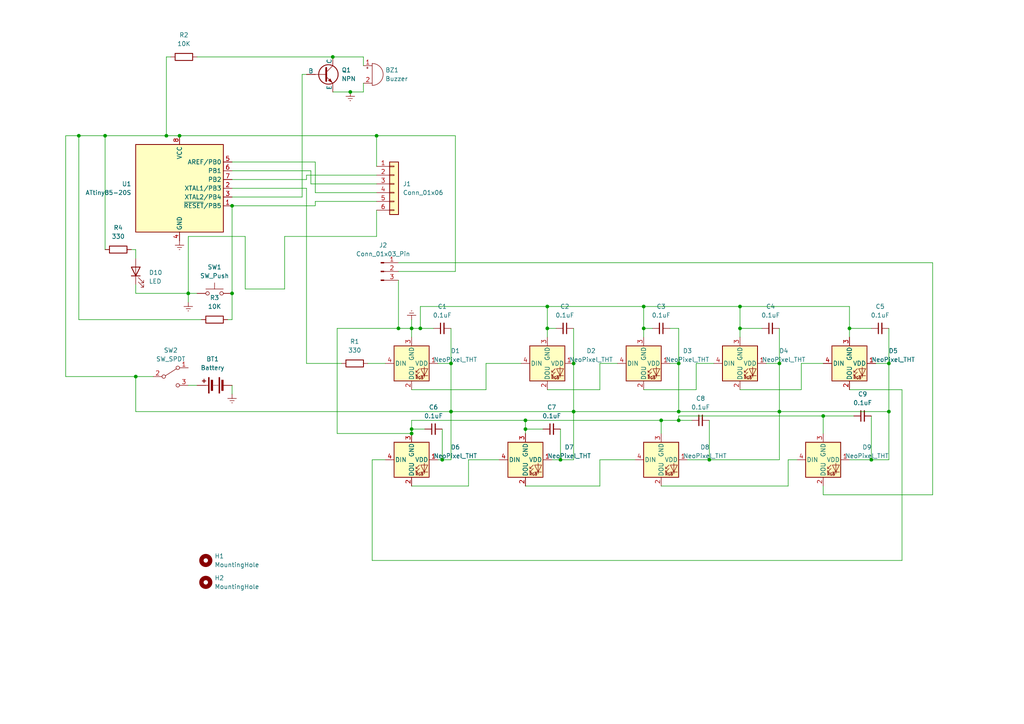
<source format=kicad_sch>
(kicad_sch (version 20230121) (generator eeschema)

  (uuid 1880268a-23fb-4df3-a026-58d5993f07d1)

  (paper "A4")

  (lib_symbols
    (symbol "Connector:Conn_01x03_Pin" (pin_names (offset 1.016) hide) (in_bom yes) (on_board yes)
      (property "Reference" "J" (at 0 5.08 0)
        (effects (font (size 1.27 1.27)))
      )
      (property "Value" "Conn_01x03_Pin" (at 0 -5.08 0)
        (effects (font (size 1.27 1.27)))
      )
      (property "Footprint" "" (at 0 0 0)
        (effects (font (size 1.27 1.27)) hide)
      )
      (property "Datasheet" "~" (at 0 0 0)
        (effects (font (size 1.27 1.27)) hide)
      )
      (property "ki_locked" "" (at 0 0 0)
        (effects (font (size 1.27 1.27)))
      )
      (property "ki_keywords" "connector" (at 0 0 0)
        (effects (font (size 1.27 1.27)) hide)
      )
      (property "ki_description" "Generic connector, single row, 01x03, script generated" (at 0 0 0)
        (effects (font (size 1.27 1.27)) hide)
      )
      (property "ki_fp_filters" "Connector*:*_1x??_*" (at 0 0 0)
        (effects (font (size 1.27 1.27)) hide)
      )
      (symbol "Conn_01x03_Pin_1_1"
        (polyline
          (pts
            (xy 1.27 -2.54)
            (xy 0.8636 -2.54)
          )
          (stroke (width 0.1524) (type default))
          (fill (type none))
        )
        (polyline
          (pts
            (xy 1.27 0)
            (xy 0.8636 0)
          )
          (stroke (width 0.1524) (type default))
          (fill (type none))
        )
        (polyline
          (pts
            (xy 1.27 2.54)
            (xy 0.8636 2.54)
          )
          (stroke (width 0.1524) (type default))
          (fill (type none))
        )
        (rectangle (start 0.8636 -2.413) (end 0 -2.667)
          (stroke (width 0.1524) (type default))
          (fill (type outline))
        )
        (rectangle (start 0.8636 0.127) (end 0 -0.127)
          (stroke (width 0.1524) (type default))
          (fill (type outline))
        )
        (rectangle (start 0.8636 2.667) (end 0 2.413)
          (stroke (width 0.1524) (type default))
          (fill (type outline))
        )
        (pin passive line (at 5.08 2.54 180) (length 3.81)
          (name "Pin_1" (effects (font (size 1.27 1.27))))
          (number "1" (effects (font (size 1.27 1.27))))
        )
        (pin passive line (at 5.08 0 180) (length 3.81)
          (name "Pin_2" (effects (font (size 1.27 1.27))))
          (number "2" (effects (font (size 1.27 1.27))))
        )
        (pin passive line (at 5.08 -2.54 180) (length 3.81)
          (name "Pin_3" (effects (font (size 1.27 1.27))))
          (number "3" (effects (font (size 1.27 1.27))))
        )
      )
    )
    (symbol "Connector_Generic:Conn_01x06" (pin_names (offset 1.016) hide) (in_bom yes) (on_board yes)
      (property "Reference" "J" (at 0 7.62 0)
        (effects (font (size 1.27 1.27)))
      )
      (property "Value" "Conn_01x06" (at 0 -10.16 0)
        (effects (font (size 1.27 1.27)))
      )
      (property "Footprint" "" (at 0 0 0)
        (effects (font (size 1.27 1.27)) hide)
      )
      (property "Datasheet" "~" (at 0 0 0)
        (effects (font (size 1.27 1.27)) hide)
      )
      (property "ki_keywords" "connector" (at 0 0 0)
        (effects (font (size 1.27 1.27)) hide)
      )
      (property "ki_description" "Generic connector, single row, 01x06, script generated (kicad-library-utils/schlib/autogen/connector/)" (at 0 0 0)
        (effects (font (size 1.27 1.27)) hide)
      )
      (property "ki_fp_filters" "Connector*:*_1x??_*" (at 0 0 0)
        (effects (font (size 1.27 1.27)) hide)
      )
      (symbol "Conn_01x06_1_1"
        (rectangle (start -1.27 -7.493) (end 0 -7.747)
          (stroke (width 0.1524) (type default))
          (fill (type none))
        )
        (rectangle (start -1.27 -4.953) (end 0 -5.207)
          (stroke (width 0.1524) (type default))
          (fill (type none))
        )
        (rectangle (start -1.27 -2.413) (end 0 -2.667)
          (stroke (width 0.1524) (type default))
          (fill (type none))
        )
        (rectangle (start -1.27 0.127) (end 0 -0.127)
          (stroke (width 0.1524) (type default))
          (fill (type none))
        )
        (rectangle (start -1.27 2.667) (end 0 2.413)
          (stroke (width 0.1524) (type default))
          (fill (type none))
        )
        (rectangle (start -1.27 5.207) (end 0 4.953)
          (stroke (width 0.1524) (type default))
          (fill (type none))
        )
        (rectangle (start -1.27 6.35) (end 1.27 -8.89)
          (stroke (width 0.254) (type default))
          (fill (type background))
        )
        (pin passive line (at -5.08 5.08 0) (length 3.81)
          (name "Pin_1" (effects (font (size 1.27 1.27))))
          (number "1" (effects (font (size 1.27 1.27))))
        )
        (pin passive line (at -5.08 2.54 0) (length 3.81)
          (name "Pin_2" (effects (font (size 1.27 1.27))))
          (number "2" (effects (font (size 1.27 1.27))))
        )
        (pin passive line (at -5.08 0 0) (length 3.81)
          (name "Pin_3" (effects (font (size 1.27 1.27))))
          (number "3" (effects (font (size 1.27 1.27))))
        )
        (pin passive line (at -5.08 -2.54 0) (length 3.81)
          (name "Pin_4" (effects (font (size 1.27 1.27))))
          (number "4" (effects (font (size 1.27 1.27))))
        )
        (pin passive line (at -5.08 -5.08 0) (length 3.81)
          (name "Pin_5" (effects (font (size 1.27 1.27))))
          (number "5" (effects (font (size 1.27 1.27))))
        )
        (pin passive line (at -5.08 -7.62 0) (length 3.81)
          (name "Pin_6" (effects (font (size 1.27 1.27))))
          (number "6" (effects (font (size 1.27 1.27))))
        )
      )
    )
    (symbol "Device:Battery" (pin_numbers hide) (pin_names (offset 0) hide) (in_bom yes) (on_board yes)
      (property "Reference" "BT" (at 2.54 2.54 0)
        (effects (font (size 1.27 1.27)) (justify left))
      )
      (property "Value" "Battery" (at 2.54 0 0)
        (effects (font (size 1.27 1.27)) (justify left))
      )
      (property "Footprint" "" (at 0 1.524 90)
        (effects (font (size 1.27 1.27)) hide)
      )
      (property "Datasheet" "~" (at 0 1.524 90)
        (effects (font (size 1.27 1.27)) hide)
      )
      (property "ki_keywords" "batt voltage-source cell" (at 0 0 0)
        (effects (font (size 1.27 1.27)) hide)
      )
      (property "ki_description" "Multiple-cell battery" (at 0 0 0)
        (effects (font (size 1.27 1.27)) hide)
      )
      (symbol "Battery_0_1"
        (rectangle (start -2.286 -1.27) (end 2.286 -1.524)
          (stroke (width 0) (type default))
          (fill (type outline))
        )
        (rectangle (start -2.286 1.778) (end 2.286 1.524)
          (stroke (width 0) (type default))
          (fill (type outline))
        )
        (rectangle (start -1.524 -2.032) (end 1.524 -2.54)
          (stroke (width 0) (type default))
          (fill (type outline))
        )
        (rectangle (start -1.524 1.016) (end 1.524 0.508)
          (stroke (width 0) (type default))
          (fill (type outline))
        )
        (polyline
          (pts
            (xy 0 -1.016)
            (xy 0 -0.762)
          )
          (stroke (width 0) (type default))
          (fill (type none))
        )
        (polyline
          (pts
            (xy 0 -0.508)
            (xy 0 -0.254)
          )
          (stroke (width 0) (type default))
          (fill (type none))
        )
        (polyline
          (pts
            (xy 0 0)
            (xy 0 0.254)
          )
          (stroke (width 0) (type default))
          (fill (type none))
        )
        (polyline
          (pts
            (xy 0 1.778)
            (xy 0 2.54)
          )
          (stroke (width 0) (type default))
          (fill (type none))
        )
        (polyline
          (pts
            (xy 0.762 3.048)
            (xy 1.778 3.048)
          )
          (stroke (width 0.254) (type default))
          (fill (type none))
        )
        (polyline
          (pts
            (xy 1.27 3.556)
            (xy 1.27 2.54)
          )
          (stroke (width 0.254) (type default))
          (fill (type none))
        )
      )
      (symbol "Battery_1_1"
        (pin passive line (at 0 5.08 270) (length 2.54)
          (name "+" (effects (font (size 1.27 1.27))))
          (number "1" (effects (font (size 1.27 1.27))))
        )
        (pin passive line (at 0 -5.08 90) (length 2.54)
          (name "-" (effects (font (size 1.27 1.27))))
          (number "2" (effects (font (size 1.27 1.27))))
        )
      )
    )
    (symbol "Device:Buzzer" (pin_names (offset 0.0254) hide) (in_bom yes) (on_board yes)
      (property "Reference" "BZ" (at 3.81 1.27 0)
        (effects (font (size 1.27 1.27)) (justify left))
      )
      (property "Value" "Buzzer" (at 3.81 -1.27 0)
        (effects (font (size 1.27 1.27)) (justify left))
      )
      (property "Footprint" "" (at -0.635 2.54 90)
        (effects (font (size 1.27 1.27)) hide)
      )
      (property "Datasheet" "~" (at -0.635 2.54 90)
        (effects (font (size 1.27 1.27)) hide)
      )
      (property "ki_keywords" "quartz resonator ceramic" (at 0 0 0)
        (effects (font (size 1.27 1.27)) hide)
      )
      (property "ki_description" "Buzzer, polarized" (at 0 0 0)
        (effects (font (size 1.27 1.27)) hide)
      )
      (property "ki_fp_filters" "*Buzzer*" (at 0 0 0)
        (effects (font (size 1.27 1.27)) hide)
      )
      (symbol "Buzzer_0_1"
        (arc (start 0 -3.175) (mid 3.1612 0) (end 0 3.175)
          (stroke (width 0) (type default))
          (fill (type none))
        )
        (polyline
          (pts
            (xy -1.651 1.905)
            (xy -1.143 1.905)
          )
          (stroke (width 0) (type default))
          (fill (type none))
        )
        (polyline
          (pts
            (xy -1.397 2.159)
            (xy -1.397 1.651)
          )
          (stroke (width 0) (type default))
          (fill (type none))
        )
        (polyline
          (pts
            (xy 0 3.175)
            (xy 0 -3.175)
          )
          (stroke (width 0) (type default))
          (fill (type none))
        )
      )
      (symbol "Buzzer_1_1"
        (pin passive line (at -2.54 2.54 0) (length 2.54)
          (name "-" (effects (font (size 1.27 1.27))))
          (number "1" (effects (font (size 1.27 1.27))))
        )
        (pin passive line (at -2.54 -2.54 0) (length 2.54)
          (name "+" (effects (font (size 1.27 1.27))))
          (number "2" (effects (font (size 1.27 1.27))))
        )
      )
    )
    (symbol "Device:C_Small" (pin_numbers hide) (pin_names (offset 0.254) hide) (in_bom yes) (on_board yes)
      (property "Reference" "C" (at 0.254 1.778 0)
        (effects (font (size 1.27 1.27)) (justify left))
      )
      (property "Value" "C_Small" (at 0.254 -2.032 0)
        (effects (font (size 1.27 1.27)) (justify left))
      )
      (property "Footprint" "" (at 0 0 0)
        (effects (font (size 1.27 1.27)) hide)
      )
      (property "Datasheet" "~" (at 0 0 0)
        (effects (font (size 1.27 1.27)) hide)
      )
      (property "ki_keywords" "capacitor cap" (at 0 0 0)
        (effects (font (size 1.27 1.27)) hide)
      )
      (property "ki_description" "Unpolarized capacitor, small symbol" (at 0 0 0)
        (effects (font (size 1.27 1.27)) hide)
      )
      (property "ki_fp_filters" "C_*" (at 0 0 0)
        (effects (font (size 1.27 1.27)) hide)
      )
      (symbol "C_Small_0_1"
        (polyline
          (pts
            (xy -1.524 -0.508)
            (xy 1.524 -0.508)
          )
          (stroke (width 0.3302) (type default))
          (fill (type none))
        )
        (polyline
          (pts
            (xy -1.524 0.508)
            (xy 1.524 0.508)
          )
          (stroke (width 0.3048) (type default))
          (fill (type none))
        )
      )
      (symbol "C_Small_1_1"
        (pin passive line (at 0 2.54 270) (length 2.032)
          (name "~" (effects (font (size 1.27 1.27))))
          (number "1" (effects (font (size 1.27 1.27))))
        )
        (pin passive line (at 0 -2.54 90) (length 2.032)
          (name "~" (effects (font (size 1.27 1.27))))
          (number "2" (effects (font (size 1.27 1.27))))
        )
      )
    )
    (symbol "Device:LED" (pin_numbers hide) (pin_names (offset 1.016) hide) (in_bom yes) (on_board yes)
      (property "Reference" "D" (at 0 2.54 0)
        (effects (font (size 1.27 1.27)))
      )
      (property "Value" "LED" (at 0 -2.54 0)
        (effects (font (size 1.27 1.27)))
      )
      (property "Footprint" "" (at 0 0 0)
        (effects (font (size 1.27 1.27)) hide)
      )
      (property "Datasheet" "~" (at 0 0 0)
        (effects (font (size 1.27 1.27)) hide)
      )
      (property "ki_keywords" "LED diode" (at 0 0 0)
        (effects (font (size 1.27 1.27)) hide)
      )
      (property "ki_description" "Light emitting diode" (at 0 0 0)
        (effects (font (size 1.27 1.27)) hide)
      )
      (property "ki_fp_filters" "LED* LED_SMD:* LED_THT:*" (at 0 0 0)
        (effects (font (size 1.27 1.27)) hide)
      )
      (symbol "LED_0_1"
        (polyline
          (pts
            (xy -1.27 -1.27)
            (xy -1.27 1.27)
          )
          (stroke (width 0.254) (type default))
          (fill (type none))
        )
        (polyline
          (pts
            (xy -1.27 0)
            (xy 1.27 0)
          )
          (stroke (width 0) (type default))
          (fill (type none))
        )
        (polyline
          (pts
            (xy 1.27 -1.27)
            (xy 1.27 1.27)
            (xy -1.27 0)
            (xy 1.27 -1.27)
          )
          (stroke (width 0.254) (type default))
          (fill (type none))
        )
        (polyline
          (pts
            (xy -3.048 -0.762)
            (xy -4.572 -2.286)
            (xy -3.81 -2.286)
            (xy -4.572 -2.286)
            (xy -4.572 -1.524)
          )
          (stroke (width 0) (type default))
          (fill (type none))
        )
        (polyline
          (pts
            (xy -1.778 -0.762)
            (xy -3.302 -2.286)
            (xy -2.54 -2.286)
            (xy -3.302 -2.286)
            (xy -3.302 -1.524)
          )
          (stroke (width 0) (type default))
          (fill (type none))
        )
      )
      (symbol "LED_1_1"
        (pin passive line (at -3.81 0 0) (length 2.54)
          (name "K" (effects (font (size 1.27 1.27))))
          (number "1" (effects (font (size 1.27 1.27))))
        )
        (pin passive line (at 3.81 0 180) (length 2.54)
          (name "A" (effects (font (size 1.27 1.27))))
          (number "2" (effects (font (size 1.27 1.27))))
        )
      )
    )
    (symbol "Device:R" (pin_numbers hide) (pin_names (offset 0)) (in_bom yes) (on_board yes)
      (property "Reference" "R" (at 2.032 0 90)
        (effects (font (size 1.27 1.27)))
      )
      (property "Value" "R" (at 0 0 90)
        (effects (font (size 1.27 1.27)))
      )
      (property "Footprint" "" (at -1.778 0 90)
        (effects (font (size 1.27 1.27)) hide)
      )
      (property "Datasheet" "~" (at 0 0 0)
        (effects (font (size 1.27 1.27)) hide)
      )
      (property "ki_keywords" "R res resistor" (at 0 0 0)
        (effects (font (size 1.27 1.27)) hide)
      )
      (property "ki_description" "Resistor" (at 0 0 0)
        (effects (font (size 1.27 1.27)) hide)
      )
      (property "ki_fp_filters" "R_*" (at 0 0 0)
        (effects (font (size 1.27 1.27)) hide)
      )
      (symbol "R_0_1"
        (rectangle (start -1.016 -2.54) (end 1.016 2.54)
          (stroke (width 0.254) (type default))
          (fill (type none))
        )
      )
      (symbol "R_1_1"
        (pin passive line (at 0 3.81 270) (length 1.27)
          (name "~" (effects (font (size 1.27 1.27))))
          (number "1" (effects (font (size 1.27 1.27))))
        )
        (pin passive line (at 0 -3.81 90) (length 1.27)
          (name "~" (effects (font (size 1.27 1.27))))
          (number "2" (effects (font (size 1.27 1.27))))
        )
      )
    )
    (symbol "MCU_Microchip_ATtiny:ATtiny85-20S" (in_bom yes) (on_board yes)
      (property "Reference" "U" (at -12.7 13.97 0)
        (effects (font (size 1.27 1.27)) (justify left bottom))
      )
      (property "Value" "ATtiny85-20S" (at 2.54 -13.97 0)
        (effects (font (size 1.27 1.27)) (justify left top))
      )
      (property "Footprint" "Package_SO:SOIC-8W_5.3x5.3mm_P1.27mm" (at 0 0 0)
        (effects (font (size 1.27 1.27) italic) hide)
      )
      (property "Datasheet" "http://ww1.microchip.com/downloads/en/DeviceDoc/atmel-2586-avr-8-bit-microcontroller-attiny25-attiny45-attiny85_datasheet.pdf" (at 0 0 0)
        (effects (font (size 1.27 1.27)) hide)
      )
      (property "ki_keywords" "AVR 8bit Microcontroller tinyAVR" (at 0 0 0)
        (effects (font (size 1.27 1.27)) hide)
      )
      (property "ki_description" "20MHz, 8kB Flash, 512B SRAM, 512B EEPROM, debugWIRE, SOIC-8W" (at 0 0 0)
        (effects (font (size 1.27 1.27)) hide)
      )
      (property "ki_fp_filters" "SOIC*5.3x5.3mm*P1.27mm*" (at 0 0 0)
        (effects (font (size 1.27 1.27)) hide)
      )
      (symbol "ATtiny85-20S_0_1"
        (rectangle (start -12.7 -12.7) (end 12.7 12.7)
          (stroke (width 0.254) (type default))
          (fill (type background))
        )
      )
      (symbol "ATtiny85-20S_1_1"
        (pin bidirectional line (at 15.24 -5.08 180) (length 2.54)
          (name "~{RESET}/PB5" (effects (font (size 1.27 1.27))))
          (number "1" (effects (font (size 1.27 1.27))))
        )
        (pin bidirectional line (at 15.24 0 180) (length 2.54)
          (name "XTAL1/PB3" (effects (font (size 1.27 1.27))))
          (number "2" (effects (font (size 1.27 1.27))))
        )
        (pin bidirectional line (at 15.24 -2.54 180) (length 2.54)
          (name "XTAL2/PB4" (effects (font (size 1.27 1.27))))
          (number "3" (effects (font (size 1.27 1.27))))
        )
        (pin power_in line (at 0 -15.24 90) (length 2.54)
          (name "GND" (effects (font (size 1.27 1.27))))
          (number "4" (effects (font (size 1.27 1.27))))
        )
        (pin bidirectional line (at 15.24 7.62 180) (length 2.54)
          (name "AREF/PB0" (effects (font (size 1.27 1.27))))
          (number "5" (effects (font (size 1.27 1.27))))
        )
        (pin bidirectional line (at 15.24 5.08 180) (length 2.54)
          (name "PB1" (effects (font (size 1.27 1.27))))
          (number "6" (effects (font (size 1.27 1.27))))
        )
        (pin bidirectional line (at 15.24 2.54 180) (length 2.54)
          (name "PB2" (effects (font (size 1.27 1.27))))
          (number "7" (effects (font (size 1.27 1.27))))
        )
        (pin power_in line (at 0 15.24 270) (length 2.54)
          (name "VCC" (effects (font (size 1.27 1.27))))
          (number "8" (effects (font (size 1.27 1.27))))
        )
      )
    )
    (symbol "Mechanical:MountingHole" (pin_names (offset 1.016)) (in_bom yes) (on_board yes)
      (property "Reference" "H" (at 0 5.08 0)
        (effects (font (size 1.27 1.27)))
      )
      (property "Value" "MountingHole" (at 0 3.175 0)
        (effects (font (size 1.27 1.27)))
      )
      (property "Footprint" "" (at 0 0 0)
        (effects (font (size 1.27 1.27)) hide)
      )
      (property "Datasheet" "~" (at 0 0 0)
        (effects (font (size 1.27 1.27)) hide)
      )
      (property "ki_keywords" "mounting hole" (at 0 0 0)
        (effects (font (size 1.27 1.27)) hide)
      )
      (property "ki_description" "Mounting Hole without connection" (at 0 0 0)
        (effects (font (size 1.27 1.27)) hide)
      )
      (property "ki_fp_filters" "MountingHole*" (at 0 0 0)
        (effects (font (size 1.27 1.27)) hide)
      )
      (symbol "MountingHole_0_1"
        (circle (center 0 0) (radius 1.27)
          (stroke (width 1.27) (type default))
          (fill (type none))
        )
      )
    )
    (symbol "NeoPixel_THT_1" (pin_names (offset 0.254)) (in_bom yes) (on_board yes)
      (property "Reference" "D1" (at 12.7 3.6479 0)
        (effects (font (size 1.27 1.27)))
      )
      (property "Value" "NeoPixel_THT" (at 12.7 1.1079 0)
        (effects (font (size 1.27 1.27)))
      )
      (property "Footprint" "LED_SMD:LED_WS2812B_PLCC4_5.0x5.0mm_P3.2mm" (at 1.27 -7.62 0)
        (effects (font (size 1.27 1.27)) (justify left top) hide)
      )
      (property "Datasheet" "https://www.adafruit.com/product/1938" (at 2.54 -9.525 0)
        (effects (font (size 1.27 1.27)) (justify left top) hide)
      )
      (property "ki_keywords" "RGB LED NeoPixel addressable" (at 0 0 0)
        (effects (font (size 1.27 1.27)) hide)
      )
      (property "ki_description" "RGB LED with integrated controller, 5mm/8mm LED package" (at 0 0 0)
        (effects (font (size 1.27 1.27)) hide)
      )
      (property "ki_fp_filters" "LED*D5.0mm* LED*D8.0mm*" (at 0 0 0)
        (effects (font (size 1.27 1.27)) hide)
      )
      (symbol "NeoPixel_THT_1_0_0"
        (text "RGB" (at 2.286 -4.191 0)
          (effects (font (size 0.762 0.762)))
        )
      )
      (symbol "NeoPixel_THT_1_0_1"
        (polyline
          (pts
            (xy 1.27 -3.556)
            (xy 1.778 -3.556)
          )
          (stroke (width 0) (type default))
          (fill (type none))
        )
        (polyline
          (pts
            (xy 1.27 -2.54)
            (xy 1.778 -2.54)
          )
          (stroke (width 0) (type default))
          (fill (type none))
        )
        (polyline
          (pts
            (xy 4.699 -3.556)
            (xy 2.667 -3.556)
          )
          (stroke (width 0) (type default))
          (fill (type none))
        )
        (polyline
          (pts
            (xy 2.286 -2.54)
            (xy 1.27 -3.556)
            (xy 1.27 -3.048)
          )
          (stroke (width 0) (type default))
          (fill (type none))
        )
        (polyline
          (pts
            (xy 2.286 -1.524)
            (xy 1.27 -2.54)
            (xy 1.27 -2.032)
          )
          (stroke (width 0) (type default))
          (fill (type none))
        )
        (polyline
          (pts
            (xy 3.683 -1.016)
            (xy 3.683 -3.556)
            (xy 3.683 -4.064)
          )
          (stroke (width 0) (type default))
          (fill (type none))
        )
        (polyline
          (pts
            (xy 4.699 -1.524)
            (xy 2.667 -1.524)
            (xy 3.683 -3.556)
            (xy 4.699 -1.524)
          )
          (stroke (width 0) (type default))
          (fill (type none))
        )
        (rectangle (start 5.08 5.08) (end -5.08 -5.08)
          (stroke (width 0.254) (type default))
          (fill (type background))
        )
      )
      (symbol "NeoPixel_THT_1_1_1"
        (pin power_in line (at 7.62 0 180) (length 2.54)
          (name "VDD" (effects (font (size 1.27 1.27))))
          (number "1" (effects (font (size 1.27 1.27))))
        )
        (pin power_in line (at 0 -7.62 90) (length 2.54)
          (name "DOU" (effects (font (size 1.27 1.27))))
          (number "2" (effects (font (size 1.27 1.27))))
        )
        (pin power_in line (at 0 7.62 270) (length 2.54)
          (name "GND" (effects (font (size 1.27 1.27))))
          (number "3" (effects (font (size 1.27 1.27))))
        )
        (pin input line (at -7.62 0 0) (length 2.54)
          (name "DIN" (effects (font (size 1.27 1.27))))
          (number "4" (effects (font (size 1.27 1.27))))
        )
      )
    )
    (symbol "Simulation_SPICE:NPN" (pin_numbers hide) (pin_names (offset 0)) (in_bom yes) (on_board yes)
      (property "Reference" "Q1" (at 5.08 1.27 0)
        (effects (font (size 1.27 1.27)) (justify left))
      )
      (property "Value" "NPN" (at 5.08 -1.27 0)
        (effects (font (size 1.27 1.27)) (justify left))
      )
      (property "Footprint" "Package_TO_SOT_SMD:TSOT-23" (at 63.5 0 0)
        (effects (font (size 1.27 1.27)) hide)
      )
      (property "Datasheet" "~" (at 63.5 0 0)
        (effects (font (size 1.27 1.27)) hide)
      )
      (property "Sim.Type" "GUMMELPOON" (at 0 0 0)
        (effects (font (size 1.27 1.27)) hide)
      )
      (property "Sim.Device" "NPN" (at 0 0 0)
        (effects (font (size 1.27 1.27)) hide)
      )
      (property "Sim.Pins" "1=C 2=B 3=E" (at 0 0 0)
        (effects (font (size 1.27 1.27)) hide)
      )
      (property "ki_keywords" "simulation" (at 0 0 0)
        (effects (font (size 1.27 1.27)) hide)
      )
      (property "ki_description" "Bipolar transistor symbol for simulation only, substrate tied to the emitter" (at 0 0 0)
        (effects (font (size 1.27 1.27)) hide)
      )
      (symbol "NPN_0_1"
        (polyline
          (pts
            (xy -2.54 0)
            (xy 0.635 0)
          )
          (stroke (width 0.1524) (type default))
          (fill (type none))
        )
        (polyline
          (pts
            (xy 0.635 0.635)
            (xy 2.54 2.54)
          )
          (stroke (width 0) (type default))
          (fill (type none))
        )
        (polyline
          (pts
            (xy 2.794 -1.27)
            (xy 2.794 -1.27)
          )
          (stroke (width 0.1524) (type default))
          (fill (type none))
        )
        (polyline
          (pts
            (xy 2.794 -1.27)
            (xy 2.794 -1.27)
          )
          (stroke (width 0.1524) (type default))
          (fill (type none))
        )
        (polyline
          (pts
            (xy 0.635 -0.635)
            (xy 2.54 -2.54)
            (xy 2.54 -2.54)
          )
          (stroke (width 0) (type default))
          (fill (type none))
        )
        (polyline
          (pts
            (xy 0.635 1.905)
            (xy 0.635 -1.905)
            (xy 0.635 -1.905)
          )
          (stroke (width 0.508) (type default))
          (fill (type none))
        )
        (polyline
          (pts
            (xy 1.27 -1.778)
            (xy 1.778 -1.27)
            (xy 2.286 -2.286)
            (xy 1.27 -1.778)
            (xy 1.27 -1.778)
          )
          (stroke (width 0) (type default))
          (fill (type outline))
        )
        (circle (center 1.27 0) (radius 2.8194)
          (stroke (width 0.254) (type default))
          (fill (type none))
        )
      )
      (symbol "NPN_1_1"
        (pin input line (at -5.08 0 0) (length 2.54)
          (name "B" (effects (font (size 1.27 1.27))))
          (number "1" (effects (font (size 1.27 1.27))))
        )
        (pin open_emitter line (at 2.54 -5.08 90) (length 2.54)
          (name "E" (effects (font (size 1.27 1.27))))
          (number "2" (effects (font (size 1.27 1.27))))
        )
        (pin open_collector line (at 2.54 5.08 270) (length 2.54)
          (name "C" (effects (font (size 1.27 1.27))))
          (number "3" (effects (font (size 1.27 1.27))))
        )
      )
    )
    (symbol "Switch:SW_Push" (pin_numbers hide) (pin_names (offset 1.016) hide) (in_bom yes) (on_board yes)
      (property "Reference" "SW" (at 1.27 2.54 0)
        (effects (font (size 1.27 1.27)) (justify left))
      )
      (property "Value" "SW_Push" (at 0 -1.524 0)
        (effects (font (size 1.27 1.27)))
      )
      (property "Footprint" "" (at 0 5.08 0)
        (effects (font (size 1.27 1.27)) hide)
      )
      (property "Datasheet" "~" (at 0 5.08 0)
        (effects (font (size 1.27 1.27)) hide)
      )
      (property "ki_keywords" "switch normally-open pushbutton push-button" (at 0 0 0)
        (effects (font (size 1.27 1.27)) hide)
      )
      (property "ki_description" "Push button switch, generic, two pins" (at 0 0 0)
        (effects (font (size 1.27 1.27)) hide)
      )
      (symbol "SW_Push_0_1"
        (circle (center -2.032 0) (radius 0.508)
          (stroke (width 0) (type default))
          (fill (type none))
        )
        (polyline
          (pts
            (xy 0 1.27)
            (xy 0 3.048)
          )
          (stroke (width 0) (type default))
          (fill (type none))
        )
        (polyline
          (pts
            (xy 2.54 1.27)
            (xy -2.54 1.27)
          )
          (stroke (width 0) (type default))
          (fill (type none))
        )
        (circle (center 2.032 0) (radius 0.508)
          (stroke (width 0) (type default))
          (fill (type none))
        )
        (pin passive line (at -5.08 0 0) (length 2.54)
          (name "1" (effects (font (size 1.27 1.27))))
          (number "1" (effects (font (size 1.27 1.27))))
        )
        (pin passive line (at 5.08 0 180) (length 2.54)
          (name "2" (effects (font (size 1.27 1.27))))
          (number "2" (effects (font (size 1.27 1.27))))
        )
      )
    )
    (symbol "Switch:SW_SPDT" (pin_names (offset 0) hide) (in_bom yes) (on_board yes)
      (property "Reference" "SW" (at 0 4.318 0)
        (effects (font (size 1.27 1.27)))
      )
      (property "Value" "SW_SPDT" (at 0 -5.08 0)
        (effects (font (size 1.27 1.27)))
      )
      (property "Footprint" "" (at 0 0 0)
        (effects (font (size 1.27 1.27)) hide)
      )
      (property "Datasheet" "~" (at 0 0 0)
        (effects (font (size 1.27 1.27)) hide)
      )
      (property "ki_keywords" "switch single-pole double-throw spdt ON-ON" (at 0 0 0)
        (effects (font (size 1.27 1.27)) hide)
      )
      (property "ki_description" "Switch, single pole double throw" (at 0 0 0)
        (effects (font (size 1.27 1.27)) hide)
      )
      (symbol "SW_SPDT_0_0"
        (circle (center -2.032 0) (radius 0.508)
          (stroke (width 0) (type default))
          (fill (type none))
        )
        (circle (center 2.032 -2.54) (radius 0.508)
          (stroke (width 0) (type default))
          (fill (type none))
        )
      )
      (symbol "SW_SPDT_0_1"
        (polyline
          (pts
            (xy -1.524 0.254)
            (xy 1.651 2.286)
          )
          (stroke (width 0) (type default))
          (fill (type none))
        )
        (circle (center 2.032 2.54) (radius 0.508)
          (stroke (width 0) (type default))
          (fill (type none))
        )
      )
      (symbol "SW_SPDT_1_1"
        (pin passive line (at 5.08 2.54 180) (length 2.54)
          (name "A" (effects (font (size 1.27 1.27))))
          (number "1" (effects (font (size 1.27 1.27))))
        )
        (pin passive line (at -5.08 0 0) (length 2.54)
          (name "B" (effects (font (size 1.27 1.27))))
          (number "2" (effects (font (size 1.27 1.27))))
        )
        (pin passive line (at 5.08 -2.54 180) (length 2.54)
          (name "C" (effects (font (size 1.27 1.27))))
          (number "3" (effects (font (size 1.27 1.27))))
        )
      )
    )
    (symbol "power:Earth" (power) (pin_names (offset 0)) (in_bom yes) (on_board yes)
      (property "Reference" "#PWR" (at 0 -6.35 0)
        (effects (font (size 1.27 1.27)) hide)
      )
      (property "Value" "Earth" (at 0 -3.81 0)
        (effects (font (size 1.27 1.27)) hide)
      )
      (property "Footprint" "" (at 0 0 0)
        (effects (font (size 1.27 1.27)) hide)
      )
      (property "Datasheet" "~" (at 0 0 0)
        (effects (font (size 1.27 1.27)) hide)
      )
      (property "ki_keywords" "global ground gnd" (at 0 0 0)
        (effects (font (size 1.27 1.27)) hide)
      )
      (property "ki_description" "Power symbol creates a global label with name \"Earth\"" (at 0 0 0)
        (effects (font (size 1.27 1.27)) hide)
      )
      (symbol "Earth_0_1"
        (polyline
          (pts
            (xy -0.635 -1.905)
            (xy 0.635 -1.905)
          )
          (stroke (width 0) (type default))
          (fill (type none))
        )
        (polyline
          (pts
            (xy -0.127 -2.54)
            (xy 0.127 -2.54)
          )
          (stroke (width 0) (type default))
          (fill (type none))
        )
        (polyline
          (pts
            (xy 0 -1.27)
            (xy 0 0)
          )
          (stroke (width 0) (type default))
          (fill (type none))
        )
        (polyline
          (pts
            (xy 1.27 -1.27)
            (xy -1.27 -1.27)
          )
          (stroke (width 0) (type default))
          (fill (type none))
        )
      )
      (symbol "Earth_1_1"
        (pin power_in line (at 0 0 270) (length 0) hide
          (name "Earth" (effects (font (size 1.27 1.27))))
          (number "1" (effects (font (size 1.27 1.27))))
        )
      )
    )
  )

  (junction (at 186.69 95.25) (diameter 0) (color 0 0 0 0)
    (uuid 01f641dc-33f7-4f7c-b5da-889a71880a0d)
  )
  (junction (at 115.57 95.25) (diameter 0) (color 0 0 0 0)
    (uuid 05d74fa2-652f-4dc6-a51e-99194069afc9)
  )
  (junction (at 152.4 124.46) (diameter 0) (color 0 0 0 0)
    (uuid 095666ab-98c4-4d25-8c2e-6d422ddecd82)
  )
  (junction (at 257.81 119.38) (diameter 0) (color 0 0 0 0)
    (uuid 0a452ed6-08e3-4717-86c7-fa83ac1e624e)
  )
  (junction (at 119.38 124.46) (diameter 0) (color 0 0 0 0)
    (uuid 0dbe9925-e267-44f9-bace-80c2f0b8ef5e)
  )
  (junction (at 226.06 105.41) (diameter 0) (color 0 0 0 0)
    (uuid 12cee76a-4e31-4725-8cf3-95555ec0f933)
  )
  (junction (at 158.75 88.9) (diameter 0) (color 0 0 0 0)
    (uuid 14d7bc6b-9885-488b-9312-01e98fcf0b9f)
  )
  (junction (at 205.74 133.35) (diameter 0) (color 0 0 0 0)
    (uuid 155ec7d2-0476-4529-88dd-1d035d80540e)
  )
  (junction (at 214.63 95.25) (diameter 0) (color 0 0 0 0)
    (uuid 161c2c6b-fa37-4af1-bbeb-a2b204628eec)
  )
  (junction (at 96.52 16.51) (diameter 0) (color 0 0 0 0)
    (uuid 25277815-2e8d-49ee-ba20-2584fbf3ccad)
  )
  (junction (at 196.85 121.92) (diameter 0) (color 0 0 0 0)
    (uuid 3247e489-527a-49f9-9307-caf95d5a789b)
  )
  (junction (at 166.37 119.38) (diameter 0) (color 0 0 0 0)
    (uuid 369af66a-428c-4f33-be1e-ad79402e2a96)
  )
  (junction (at 109.22 39.37) (diameter 0) (color 0 0 0 0)
    (uuid 400129cf-fca9-45f9-952e-8e7b16e24e3c)
  )
  (junction (at 196.85 105.41) (diameter 0) (color 0 0 0 0)
    (uuid 401243f0-ac1d-4c52-be5d-714217777f27)
  )
  (junction (at 48.26 39.37) (diameter 0) (color 0 0 0 0)
    (uuid 4023cf27-a07b-452d-88d0-80e100e2e7d5)
  )
  (junction (at 54.61 85.09) (diameter 0) (color 0 0 0 0)
    (uuid 4942885c-9d6b-465a-93ba-c942cdca2e90)
  )
  (junction (at 52.07 39.37) (diameter 0) (color 0 0 0 0)
    (uuid 4a209652-fbda-4b59-aba0-64e35135b94e)
  )
  (junction (at 246.38 95.25) (diameter 0) (color 0 0 0 0)
    (uuid 4b852fdf-7824-4140-879b-63e9e399f642)
  )
  (junction (at 186.69 88.9) (diameter 0) (color 0 0 0 0)
    (uuid 55e9acef-7025-4a6f-b38c-69dd0090d579)
  )
  (junction (at 252.73 133.35) (diameter 0) (color 0 0 0 0)
    (uuid 5c3f8de6-adc2-434b-bd36-c3f82caec7b4)
  )
  (junction (at 119.38 95.25) (diameter 0) (color 0 0 0 0)
    (uuid 6da1bd5c-f81a-42e0-9580-7691b658fcdb)
  )
  (junction (at 30.48 39.37) (diameter 0) (color 0 0 0 0)
    (uuid 6eeb4af6-9963-4798-b91e-6ee64ef74bc9)
  )
  (junction (at 67.31 85.09) (diameter 0) (color 0 0 0 0)
    (uuid 71834caf-2d82-42c6-a7b2-4e5931cdb425)
  )
  (junction (at 152.4 121.92) (diameter 0) (color 0 0 0 0)
    (uuid 71c53ea9-5c08-4be6-941f-46a267544241)
  )
  (junction (at 22.86 39.37) (diameter 0) (color 0 0 0 0)
    (uuid 787b29d5-22e3-4d4d-8b9d-b66789dd856b)
  )
  (junction (at 214.63 88.9) (diameter 0) (color 0 0 0 0)
    (uuid 7f3a38ac-74ab-4812-a269-d3a5a52b6452)
  )
  (junction (at 191.77 121.92) (diameter 0) (color 0 0 0 0)
    (uuid 800c05f3-b859-4b07-bd0c-c11d578edec3)
  )
  (junction (at 158.75 95.25) (diameter 0) (color 0 0 0 0)
    (uuid 8d4fe571-e079-440c-8f89-252a412e5de7)
  )
  (junction (at 119.38 125.73) (diameter 0) (color 0 0 0 0)
    (uuid 98ec8b0d-2b31-4268-9fd1-c10a7c5779e4)
  )
  (junction (at 130.81 119.38) (diameter 0) (color 0 0 0 0)
    (uuid 9ccf18b2-4f1c-462f-9f78-b7fc50976e19)
  )
  (junction (at 130.81 105.41) (diameter 0) (color 0 0 0 0)
    (uuid 9e5421d0-c0e6-4023-ac40-c86636af35b5)
  )
  (junction (at 166.37 105.41) (diameter 0) (color 0 0 0 0)
    (uuid aef20f76-cb87-499f-9bbd-81de544be09a)
  )
  (junction (at 238.76 120.65) (diameter 0) (color 0 0 0 0)
    (uuid b1bb3b89-19fb-4ebc-b9ff-5e1c431804fc)
  )
  (junction (at 162.56 133.35) (diameter 0) (color 0 0 0 0)
    (uuid b63e0f4c-3ce6-4c1b-b2a0-1c49afbee562)
  )
  (junction (at 101.6 26.67) (diameter 0) (color 0 0 0 0)
    (uuid b6a371a5-fa7c-4898-9fa9-3767eede7da9)
  )
  (junction (at 196.85 119.38) (diameter 0) (color 0 0 0 0)
    (uuid bbbf0a6d-226a-4563-a93c-9ddd4e4123fc)
  )
  (junction (at 226.06 119.38) (diameter 0) (color 0 0 0 0)
    (uuid c73f5e99-39db-4535-823c-ade1c583c7e6)
  )
  (junction (at 257.81 105.41) (diameter 0) (color 0 0 0 0)
    (uuid d7aca494-a24a-44de-958a-aea2bb372a0e)
  )
  (junction (at 39.37 109.22) (diameter 0) (color 0 0 0 0)
    (uuid de63a423-8d7f-4757-949d-b8ca521b364b)
  )
  (junction (at 121.92 95.25) (diameter 0) (color 0 0 0 0)
    (uuid e336e7ba-cda9-45e5-bfba-9e08c6ad4d92)
  )
  (junction (at 67.31 59.69) (diameter 0) (color 0 0 0 0)
    (uuid e5cd5870-83c9-4f4f-a700-df93d3da00d0)
  )
  (junction (at 128.27 133.35) (diameter 0) (color 0 0 0 0)
    (uuid ed38611b-13ff-4e4a-b11c-676a826a1ff9)
  )

  (wire (pts (xy 252.73 120.65) (xy 252.73 133.35))
    (stroke (width 0) (type default))
    (uuid 01b6ecc1-b9a7-4a1c-9e26-d78dea52f4bf)
  )
  (wire (pts (xy 166.37 133.35) (xy 166.37 119.38))
    (stroke (width 0) (type default))
    (uuid 020ab5f8-52ba-4a8c-9592-fe7abef6b861)
  )
  (wire (pts (xy 160.02 133.35) (xy 162.56 133.35))
    (stroke (width 0) (type default))
    (uuid 0319e58c-7ade-4445-823f-97a6c35ff076)
  )
  (wire (pts (xy 158.75 95.25) (xy 161.29 95.25))
    (stroke (width 0) (type default))
    (uuid 0371b208-2755-4206-bbb8-43d952fb857c)
  )
  (wire (pts (xy 128.27 124.46) (xy 128.27 133.35))
    (stroke (width 0) (type default))
    (uuid 04b4d976-3cb9-4ac6-bde9-efaa82f600d3)
  )
  (wire (pts (xy 52.07 39.37) (xy 109.22 39.37))
    (stroke (width 0) (type default))
    (uuid 05cf8204-a09d-4263-b6b4-f452431fbdaf)
  )
  (wire (pts (xy 196.85 95.25) (xy 196.85 105.41))
    (stroke (width 0) (type default))
    (uuid 0779b478-0e46-475a-ba7c-3892f6a07834)
  )
  (wire (pts (xy 130.81 133.35) (xy 130.81 119.38))
    (stroke (width 0) (type default))
    (uuid 0851db33-26f5-4742-80f4-465664850cad)
  )
  (wire (pts (xy 140.97 113.03) (xy 140.97 105.41))
    (stroke (width 0) (type default))
    (uuid 087e1b93-f85d-4389-b797-94a8e3e8d58e)
  )
  (wire (pts (xy 87.63 21.59) (xy 88.9 21.59))
    (stroke (width 0) (type default))
    (uuid 08abe126-28ea-417a-ace3-2e7a08733211)
  )
  (wire (pts (xy 186.69 95.25) (xy 189.23 95.25))
    (stroke (width 0) (type default))
    (uuid 0a098e64-850e-4052-8086-6db64d37fd98)
  )
  (wire (pts (xy 270.51 143.51) (xy 238.76 143.51))
    (stroke (width 0) (type default))
    (uuid 0b819f7c-bafe-457f-bb1b-ad359df43116)
  )
  (wire (pts (xy 39.37 82.55) (xy 39.37 85.09))
    (stroke (width 0) (type default))
    (uuid 0c41f2b0-f77d-45e1-93ff-93d8c9b593a5)
  )
  (wire (pts (xy 130.81 105.41) (xy 130.81 119.38))
    (stroke (width 0) (type default))
    (uuid 0c7e667e-149a-4c91-89eb-6bbc17ba5689)
  )
  (wire (pts (xy 22.86 92.71) (xy 22.86 39.37))
    (stroke (width 0) (type default))
    (uuid 0c7f86bd-f593-49f2-ab47-e9eccd169507)
  )
  (wire (pts (xy 91.44 59.69) (xy 91.44 58.42))
    (stroke (width 0) (type default))
    (uuid 0d1ef0ed-3a3d-4b9b-bcb3-707db300da56)
  )
  (wire (pts (xy 115.57 76.2) (xy 270.51 76.2))
    (stroke (width 0) (type default))
    (uuid 0d7f93ae-30ce-4d5e-913b-518f3295fb7d)
  )
  (wire (pts (xy 226.06 105.41) (xy 222.25 105.41))
    (stroke (width 0) (type default))
    (uuid 0f555106-074b-4f06-9bab-71997c2825f1)
  )
  (wire (pts (xy 130.81 119.38) (xy 39.37 119.38))
    (stroke (width 0) (type default))
    (uuid 0fdf7aa1-58ee-4209-a9b8-68c8f85d9a82)
  )
  (wire (pts (xy 162.56 133.35) (xy 166.37 133.35))
    (stroke (width 0) (type default))
    (uuid 1078ebaa-e7c8-4f27-bb0c-d80cb0ef8383)
  )
  (wire (pts (xy 220.98 95.25) (xy 214.63 95.25))
    (stroke (width 0) (type default))
    (uuid 118dee93-b716-4ff0-9467-864925b3fdfb)
  )
  (wire (pts (xy 119.38 95.25) (xy 119.38 97.79))
    (stroke (width 0) (type default))
    (uuid 122a0600-4062-4d81-ac49-0f63971430eb)
  )
  (wire (pts (xy 30.48 39.37) (xy 30.48 72.39))
    (stroke (width 0) (type default))
    (uuid 1342ffd9-bf8e-4e63-915d-32bdd056b48d)
  )
  (wire (pts (xy 191.77 121.92) (xy 152.4 121.92))
    (stroke (width 0) (type default))
    (uuid 13822280-ccb1-49b6-9b9f-ccb25de09edc)
  )
  (wire (pts (xy 152.4 140.97) (xy 173.99 140.97))
    (stroke (width 0) (type default))
    (uuid 13b6dce7-7c80-4d10-b412-b9e20dfce6c1)
  )
  (wire (pts (xy 87.63 57.15) (xy 87.63 21.59))
    (stroke (width 0) (type default))
    (uuid 15184606-d7d9-45c9-93d2-9efcf7da9496)
  )
  (wire (pts (xy 173.99 140.97) (xy 173.99 133.35))
    (stroke (width 0) (type default))
    (uuid 156e37c5-85c9-47a7-bcc9-9917330fdd01)
  )
  (wire (pts (xy 252.73 133.35) (xy 257.81 133.35))
    (stroke (width 0) (type default))
    (uuid 1677efa9-0934-4954-a1a7-04b5b72c7bed)
  )
  (wire (pts (xy 228.6 140.97) (xy 228.6 133.35))
    (stroke (width 0) (type default))
    (uuid 17457351-f025-49fe-b2e4-c4550cbd55a4)
  )
  (wire (pts (xy 261.62 162.56) (xy 107.95 162.56))
    (stroke (width 0) (type default))
    (uuid 17a4d7c7-40d4-4bce-b45e-d31093253391)
  )
  (wire (pts (xy 205.74 133.35) (xy 226.06 133.35))
    (stroke (width 0) (type default))
    (uuid 19b9ce9c-0b6f-4668-9c13-42e8a3ae62cc)
  )
  (wire (pts (xy 135.89 140.97) (xy 135.89 133.35))
    (stroke (width 0) (type default))
    (uuid 1cb0900c-b186-4d70-bdcf-d2fc300ceba3)
  )
  (wire (pts (xy 90.17 49.53) (xy 90.17 53.34))
    (stroke (width 0) (type default))
    (uuid 1cbabb6d-3ef6-47cb-a45c-0deb6bf2e009)
  )
  (wire (pts (xy 186.69 95.25) (xy 186.69 88.9))
    (stroke (width 0) (type default))
    (uuid 1fae434d-c537-48f5-a93f-45cd28daed85)
  )
  (wire (pts (xy 38.1 72.39) (xy 39.37 72.39))
    (stroke (width 0) (type default))
    (uuid 1fcdc558-edcf-40a5-a58e-e2924087f152)
  )
  (wire (pts (xy 97.79 95.25) (xy 115.57 95.25))
    (stroke (width 0) (type default))
    (uuid 21207a15-0c15-40da-8630-a91255e7d2b1)
  )
  (wire (pts (xy 158.75 97.79) (xy 158.75 95.25))
    (stroke (width 0) (type default))
    (uuid 21e59551-b033-4e1c-8bb5-6d274fc80673)
  )
  (wire (pts (xy 199.39 133.35) (xy 205.74 133.35))
    (stroke (width 0) (type default))
    (uuid 22ff4bca-8b69-42cb-8608-6874da3da605)
  )
  (wire (pts (xy 119.38 140.97) (xy 135.89 140.97))
    (stroke (width 0) (type default))
    (uuid 254aa305-869b-4458-ac5d-02d666f0cc09)
  )
  (wire (pts (xy 109.22 68.58) (xy 109.22 60.96))
    (stroke (width 0) (type default))
    (uuid 2b99fa26-92a9-4c38-a493-3baa107c91e7)
  )
  (wire (pts (xy 67.31 85.09) (xy 67.31 92.71))
    (stroke (width 0) (type default))
    (uuid 2ec8daf6-4bc9-4198-86f6-6e6568e203e9)
  )
  (wire (pts (xy 166.37 105.41) (xy 166.37 119.38))
    (stroke (width 0) (type default))
    (uuid 2f27b7fd-2464-4d7d-a646-d4ff99ee83a8)
  )
  (wire (pts (xy 109.22 39.37) (xy 109.22 48.26))
    (stroke (width 0) (type default))
    (uuid 36ff3bcb-452b-4e2b-babf-68a7e8606ad0)
  )
  (wire (pts (xy 246.38 133.35) (xy 252.73 133.35))
    (stroke (width 0) (type default))
    (uuid 3738e61a-5bac-4f32-bf0e-cc0952dc6b50)
  )
  (wire (pts (xy 246.38 97.79) (xy 246.38 95.25))
    (stroke (width 0) (type default))
    (uuid 387e5eaa-86d8-49e4-b202-2939dfa87301)
  )
  (wire (pts (xy 58.42 92.71) (xy 22.86 92.71))
    (stroke (width 0) (type default))
    (uuid 3aa020e8-a800-40dc-87d3-8978b77c2561)
  )
  (wire (pts (xy 196.85 121.92) (xy 200.66 121.92))
    (stroke (width 0) (type default))
    (uuid 3bac0beb-ee3b-4ccf-9e5b-af356618f7ed)
  )
  (wire (pts (xy 91.44 46.99) (xy 91.44 55.88))
    (stroke (width 0) (type default))
    (uuid 41d1eebd-46c0-428b-b688-c82b3b68a342)
  )
  (wire (pts (xy 201.93 105.41) (xy 207.01 105.41))
    (stroke (width 0) (type default))
    (uuid 492b9cd9-6544-47a0-9839-49e6e0c004c5)
  )
  (wire (pts (xy 158.75 95.25) (xy 158.75 88.9))
    (stroke (width 0) (type default))
    (uuid 4acee0ef-8b53-4a82-bbe7-e952464b009a)
  )
  (wire (pts (xy 106.68 105.41) (xy 111.76 105.41))
    (stroke (width 0) (type default))
    (uuid 4f417fa9-d25a-4c3f-b6d6-68a72f0cc85c)
  )
  (wire (pts (xy 121.92 88.9) (xy 121.92 95.25))
    (stroke (width 0) (type default))
    (uuid 4ff763e9-2cc3-4815-aba0-b23f00d4b00a)
  )
  (wire (pts (xy 39.37 109.22) (xy 19.05 109.22))
    (stroke (width 0) (type default))
    (uuid 5235e13b-1f92-468b-9d2e-3fafbdec548a)
  )
  (wire (pts (xy 82.55 83.82) (xy 82.55 68.58))
    (stroke (width 0) (type default))
    (uuid 5257de04-5f51-4041-bcaf-c57000b0fe36)
  )
  (wire (pts (xy 66.04 92.71) (xy 67.31 92.71))
    (stroke (width 0) (type default))
    (uuid 5472e902-d48c-4057-bfe8-971e64e617c5)
  )
  (wire (pts (xy 214.63 88.9) (xy 246.38 88.9))
    (stroke (width 0) (type default))
    (uuid 552bc3c6-3e88-402c-be97-672221d33a6e)
  )
  (wire (pts (xy 152.4 124.46) (xy 152.4 121.92))
    (stroke (width 0) (type default))
    (uuid 553112e4-8c95-4818-80d1-ced2cf45f133)
  )
  (wire (pts (xy 115.57 78.74) (xy 132.08 78.74))
    (stroke (width 0) (type default))
    (uuid 557fda5c-129d-4535-9f75-a57c4df7f0e6)
  )
  (wire (pts (xy 186.69 113.03) (xy 201.93 113.03))
    (stroke (width 0) (type default))
    (uuid 5a70db82-7e3b-4fbc-ba1d-06683d06f66e)
  )
  (wire (pts (xy 196.85 120.65) (xy 196.85 121.92))
    (stroke (width 0) (type default))
    (uuid 5bdcc89e-2360-4626-9845-c90437b2e1d3)
  )
  (wire (pts (xy 257.81 105.41) (xy 257.81 95.25))
    (stroke (width 0) (type default))
    (uuid 60a1bab6-891a-4427-a28c-a5b59763e1a3)
  )
  (wire (pts (xy 238.76 120.65) (xy 247.65 120.65))
    (stroke (width 0) (type default))
    (uuid 62c0857e-9351-4caa-bd88-d7237ee57a9f)
  )
  (wire (pts (xy 214.63 88.9) (xy 214.63 95.25))
    (stroke (width 0) (type default))
    (uuid 62f333ed-e7ae-483d-86c1-9ca98187df28)
  )
  (wire (pts (xy 67.31 111.76) (xy 67.31 114.3))
    (stroke (width 0) (type default))
    (uuid 64303d29-4ee7-41e7-944a-9b56e77568d6)
  )
  (wire (pts (xy 19.05 39.37) (xy 22.86 39.37))
    (stroke (width 0) (type default))
    (uuid 66d7e055-45c2-49da-bb5d-5ad902d4fc73)
  )
  (wire (pts (xy 121.92 95.25) (xy 125.73 95.25))
    (stroke (width 0) (type default))
    (uuid 6947011d-f5c4-436d-a584-6e6832cbb03d)
  )
  (wire (pts (xy 119.38 113.03) (xy 140.97 113.03))
    (stroke (width 0) (type default))
    (uuid 6a82f5e2-a3e0-435a-9a1a-6bcc1d42c08e)
  )
  (wire (pts (xy 214.63 95.25) (xy 214.63 97.79))
    (stroke (width 0) (type default))
    (uuid 6ae690b1-0fad-4895-86cb-a521c0b6f6ee)
  )
  (wire (pts (xy 119.38 125.73) (xy 119.38 124.46))
    (stroke (width 0) (type default))
    (uuid 6b7ec226-21bc-45d5-a91b-c83212cec29b)
  )
  (wire (pts (xy 44.45 109.22) (xy 39.37 109.22))
    (stroke (width 0) (type default))
    (uuid 6dc68658-bd30-4159-ada9-7c58cb23a525)
  )
  (wire (pts (xy 119.38 92.71) (xy 119.38 95.25))
    (stroke (width 0) (type default))
    (uuid 714aca84-c2db-4673-a196-8d05fb773cd4)
  )
  (wire (pts (xy 67.31 49.53) (xy 90.17 49.53))
    (stroke (width 0) (type default))
    (uuid 730f78f1-18a6-4c77-884c-7e9eeed889aa)
  )
  (wire (pts (xy 238.76 125.73) (xy 238.76 120.65))
    (stroke (width 0) (type default))
    (uuid 75915adb-91dd-4ba1-98d3-b61210867bee)
  )
  (wire (pts (xy 105.41 24.13) (xy 105.41 26.67))
    (stroke (width 0) (type default))
    (uuid 776edc2d-6333-449d-b5eb-c980ba31b343)
  )
  (wire (pts (xy 254 105.41) (xy 257.81 105.41))
    (stroke (width 0) (type default))
    (uuid 786c6f66-0588-4ecc-a4d8-5f43cd122611)
  )
  (wire (pts (xy 191.77 121.92) (xy 196.85 121.92))
    (stroke (width 0) (type default))
    (uuid 7af6cbfc-877e-4913-b4ef-3391e873d70d)
  )
  (wire (pts (xy 191.77 125.73) (xy 191.77 121.92))
    (stroke (width 0) (type default))
    (uuid 7d2e9791-970b-4bac-abad-ec11483228fa)
  )
  (wire (pts (xy 67.31 52.07) (xy 88.9 52.07))
    (stroke (width 0) (type default))
    (uuid 7e8cdc3f-d1ef-4fd0-9e26-abe7537f7f83)
  )
  (wire (pts (xy 119.38 124.46) (xy 123.19 124.46))
    (stroke (width 0) (type default))
    (uuid 7ee048b9-3929-4b5b-8e7d-9e748d10fa06)
  )
  (wire (pts (xy 166.37 95.25) (xy 166.37 105.41))
    (stroke (width 0) (type default))
    (uuid 8093d815-c0c1-48fa-8112-8db15a57f9bf)
  )
  (wire (pts (xy 90.17 53.34) (xy 109.22 53.34))
    (stroke (width 0) (type default))
    (uuid 812193ff-f1d0-474d-a72c-ae0a275260e7)
  )
  (wire (pts (xy 97.79 125.73) (xy 97.79 95.25))
    (stroke (width 0) (type default))
    (uuid 837eb4f2-8a4d-4f88-aec4-1b07797d3e66)
  )
  (wire (pts (xy 232.41 105.41) (xy 238.76 105.41))
    (stroke (width 0) (type default))
    (uuid 853483ba-5be3-4231-867e-546a359e9456)
  )
  (wire (pts (xy 67.31 54.61) (xy 88.9 54.61))
    (stroke (width 0) (type default))
    (uuid 85aa4067-119f-4cf6-be7a-ec932ce172a7)
  )
  (wire (pts (xy 71.12 83.82) (xy 71.12 68.58))
    (stroke (width 0) (type default))
    (uuid 868b082d-6e2f-47ed-9bfb-e546af025e2d)
  )
  (wire (pts (xy 191.77 140.97) (xy 228.6 140.97))
    (stroke (width 0) (type default))
    (uuid 8856836c-b76f-4c9f-8b4c-d58da72c1754)
  )
  (wire (pts (xy 105.41 19.05) (xy 105.41 16.51))
    (stroke (width 0) (type default))
    (uuid 891a5d4a-63c3-4f3a-a462-588f9e84bf11)
  )
  (wire (pts (xy 132.08 39.37) (xy 109.22 39.37))
    (stroke (width 0) (type default))
    (uuid 8a4ba469-c6a3-4e27-b919-3c1e41eaa88b)
  )
  (wire (pts (xy 214.63 113.03) (xy 232.41 113.03))
    (stroke (width 0) (type default))
    (uuid 8be5953a-07ce-4e13-8948-c0d4bf35ac86)
  )
  (wire (pts (xy 257.81 119.38) (xy 226.06 119.38))
    (stroke (width 0) (type default))
    (uuid 8d4e2ed1-8c37-4aaf-8255-ac4a29b0e4e3)
  )
  (wire (pts (xy 30.48 39.37) (xy 48.26 39.37))
    (stroke (width 0) (type default))
    (uuid 8d905f21-9bc5-4e05-96ed-3f19d8db3716)
  )
  (wire (pts (xy 82.55 68.58) (xy 109.22 68.58))
    (stroke (width 0) (type default))
    (uuid 8ea4e906-70b9-491d-87c6-42c4518e3143)
  )
  (wire (pts (xy 115.57 95.25) (xy 119.38 95.25))
    (stroke (width 0) (type default))
    (uuid 91f9253a-274d-4de9-9756-3342db430e45)
  )
  (wire (pts (xy 107.95 162.56) (xy 107.95 133.35))
    (stroke (width 0) (type default))
    (uuid 92f617b2-deae-4cc8-9d89-9401b1d3c5a0)
  )
  (wire (pts (xy 158.75 88.9) (xy 121.92 88.9))
    (stroke (width 0) (type default))
    (uuid 9329eadc-ac2a-408b-bb80-899fb940f6dd)
  )
  (wire (pts (xy 101.6 26.67) (xy 105.41 26.67))
    (stroke (width 0) (type default))
    (uuid 96813043-f04b-4f39-bdf3-5b3dc2a716e9)
  )
  (wire (pts (xy 130.81 95.25) (xy 130.81 105.41))
    (stroke (width 0) (type default))
    (uuid 9809a152-b163-4cc7-b12a-c174bb6147c1)
  )
  (wire (pts (xy 88.9 54.61) (xy 88.9 105.41))
    (stroke (width 0) (type default))
    (uuid 99855dd6-95c8-4f4a-8e56-eb7ea84c8f52)
  )
  (wire (pts (xy 67.31 46.99) (xy 91.44 46.99))
    (stroke (width 0) (type default))
    (uuid 999881d6-62b3-4d7e-9068-6d7a9f627eb3)
  )
  (wire (pts (xy 196.85 105.41) (xy 196.85 119.38))
    (stroke (width 0) (type default))
    (uuid 9d589556-7f28-4b21-83d7-266fd7bab0b9)
  )
  (wire (pts (xy 67.31 59.69) (xy 91.44 59.69))
    (stroke (width 0) (type default))
    (uuid 9e164491-a6c5-485a-bc3b-b539457d340a)
  )
  (wire (pts (xy 54.61 87.63) (xy 54.61 85.09))
    (stroke (width 0) (type default))
    (uuid 9e6ed455-4c99-4bce-bdd6-1490d6990af1)
  )
  (wire (pts (xy 226.06 105.41) (xy 226.06 119.38))
    (stroke (width 0) (type default))
    (uuid 9e82cdd9-e2e6-4a3d-b256-ea9477c580b9)
  )
  (wire (pts (xy 91.44 55.88) (xy 109.22 55.88))
    (stroke (width 0) (type default))
    (uuid a0a53d3c-2b5b-4fc7-a642-58ccc2da3c25)
  )
  (wire (pts (xy 261.62 113.03) (xy 261.62 162.56))
    (stroke (width 0) (type default))
    (uuid a1114e89-fac5-4d33-8f11-c39bd049d37c)
  )
  (wire (pts (xy 19.05 109.22) (xy 19.05 39.37))
    (stroke (width 0) (type default))
    (uuid a62c39ab-1494-4253-afd4-586f8e3ce85c)
  )
  (wire (pts (xy 226.06 95.25) (xy 226.06 105.41))
    (stroke (width 0) (type default))
    (uuid a89423d9-08d7-44b5-85f0-f3edaaa0fb82)
  )
  (wire (pts (xy 57.15 111.76) (xy 54.61 111.76))
    (stroke (width 0) (type default))
    (uuid acedca1a-ea43-4fc2-8431-3cbfc433db58)
  )
  (wire (pts (xy 158.75 113.03) (xy 173.99 113.03))
    (stroke (width 0) (type default))
    (uuid ae2ee1b9-8faf-46bb-bb89-53820d47a850)
  )
  (wire (pts (xy 162.56 124.46) (xy 162.56 133.35))
    (stroke (width 0) (type default))
    (uuid af07d3d9-c32c-42b4-bc55-e009b345e86a)
  )
  (wire (pts (xy 166.37 119.38) (xy 196.85 119.38))
    (stroke (width 0) (type default))
    (uuid b04a3fd1-e225-499c-89f1-40b4dd71deb3)
  )
  (wire (pts (xy 246.38 95.25) (xy 252.73 95.25))
    (stroke (width 0) (type default))
    (uuid b3020e27-e4e8-43eb-a093-2b21449475be)
  )
  (wire (pts (xy 54.61 68.58) (xy 54.61 85.09))
    (stroke (width 0) (type default))
    (uuid b4afbdbb-65d1-4df8-bbb2-3a84adfffdd5)
  )
  (wire (pts (xy 228.6 133.35) (xy 231.14 133.35))
    (stroke (width 0) (type default))
    (uuid b6855f9c-9afc-446e-8d16-5ff4e54ccca1)
  )
  (wire (pts (xy 130.81 105.41) (xy 127 105.41))
    (stroke (width 0) (type default))
    (uuid b737aaea-0342-4c7b-b21a-ebcc42ec28f7)
  )
  (wire (pts (xy 67.31 57.15) (xy 87.63 57.15))
    (stroke (width 0) (type default))
    (uuid b7a1cf7a-5164-4908-997b-177b5949a0ab)
  )
  (wire (pts (xy 57.15 16.51) (xy 96.52 16.51))
    (stroke (width 0) (type default))
    (uuid b7c8a5ed-8e00-4e56-b292-4a7f05e7b6b8)
  )
  (wire (pts (xy 115.57 81.28) (xy 115.57 95.25))
    (stroke (width 0) (type default))
    (uuid b86db6ee-6dfd-47f4-80bd-deddd132f520)
  )
  (wire (pts (xy 186.69 97.79) (xy 186.69 95.25))
    (stroke (width 0) (type default))
    (uuid b87ffb6f-0322-4fea-adb3-e650c870f926)
  )
  (wire (pts (xy 186.69 88.9) (xy 158.75 88.9))
    (stroke (width 0) (type default))
    (uuid bb4453fb-a65d-48ec-8051-338284fe50f7)
  )
  (wire (pts (xy 246.38 95.25) (xy 246.38 88.9))
    (stroke (width 0) (type default))
    (uuid bb986340-420d-450c-9aae-15bcb7260775)
  )
  (wire (pts (xy 119.38 95.25) (xy 121.92 95.25))
    (stroke (width 0) (type default))
    (uuid bcaf9b4c-bda4-44b1-bfba-38884f50289e)
  )
  (wire (pts (xy 54.61 85.09) (xy 57.15 85.09))
    (stroke (width 0) (type default))
    (uuid bebeb9ee-7028-41db-ade4-eaf2d340833f)
  )
  (wire (pts (xy 152.4 125.73) (xy 152.4 124.46))
    (stroke (width 0) (type default))
    (uuid c1026855-f45d-4767-a828-9692442c48ac)
  )
  (wire (pts (xy 48.26 39.37) (xy 52.07 39.37))
    (stroke (width 0) (type default))
    (uuid c1877475-4d6a-4c10-9393-c80fc295f879)
  )
  (wire (pts (xy 152.4 121.92) (xy 119.38 121.92))
    (stroke (width 0) (type default))
    (uuid c2c0866a-3fe7-4d60-8cd3-f558114c2dc1)
  )
  (wire (pts (xy 257.81 133.35) (xy 257.81 119.38))
    (stroke (width 0) (type default))
    (uuid c32b9e00-d243-4b82-9a6d-7b6eba76c097)
  )
  (wire (pts (xy 238.76 120.65) (xy 196.85 120.65))
    (stroke (width 0) (type default))
    (uuid c499bbc4-1eda-4842-aaad-2b11399a7fb9)
  )
  (wire (pts (xy 196.85 95.25) (xy 194.31 95.25))
    (stroke (width 0) (type default))
    (uuid c6ea29ef-4e64-4dcf-bdd9-69bc8f5bdaa9)
  )
  (wire (pts (xy 22.86 39.37) (xy 30.48 39.37))
    (stroke (width 0) (type default))
    (uuid c7cad39d-72b2-438a-8020-86aea349b6e0)
  )
  (wire (pts (xy 173.99 133.35) (xy 184.15 133.35))
    (stroke (width 0) (type default))
    (uuid c87c0a4b-6d92-4367-b378-a4ec5dc27d0b)
  )
  (wire (pts (xy 232.41 113.03) (xy 232.41 105.41))
    (stroke (width 0) (type default))
    (uuid c87e818c-68b4-4aeb-978a-5c3eb660d674)
  )
  (wire (pts (xy 128.27 133.35) (xy 130.81 133.35))
    (stroke (width 0) (type default))
    (uuid c9153449-44c7-45ee-9596-aa1efd83e9d8)
  )
  (wire (pts (xy 96.52 26.67) (xy 101.6 26.67))
    (stroke (width 0) (type default))
    (uuid ca339d88-0545-4574-8504-ca1f495d1e9a)
  )
  (wire (pts (xy 238.76 143.51) (xy 238.76 140.97))
    (stroke (width 0) (type default))
    (uuid cc961f3e-207c-4446-8479-8e1a17a2cc3d)
  )
  (wire (pts (xy 48.26 39.37) (xy 48.26 16.51))
    (stroke (width 0) (type default))
    (uuid cd66ee92-6986-43e7-b3b3-b11274f61a2e)
  )
  (wire (pts (xy 39.37 85.09) (xy 54.61 85.09))
    (stroke (width 0) (type default))
    (uuid cd8b5471-fec5-4b43-b3fd-fa841d211146)
  )
  (wire (pts (xy 88.9 50.8) (xy 109.22 50.8))
    (stroke (width 0) (type default))
    (uuid cd91b219-801a-413f-85d7-7f4bcb229182)
  )
  (wire (pts (xy 105.41 16.51) (xy 96.52 16.51))
    (stroke (width 0) (type default))
    (uuid ce160106-be95-49ed-b40e-51557812101b)
  )
  (wire (pts (xy 270.51 76.2) (xy 270.51 143.51))
    (stroke (width 0) (type default))
    (uuid cfadcfb1-6ce7-4894-9ffb-3cbb51bf9676)
  )
  (wire (pts (xy 91.44 58.42) (xy 109.22 58.42))
    (stroke (width 0) (type default))
    (uuid d2898c1e-0f9f-493c-9be5-e296e80fedb3)
  )
  (wire (pts (xy 226.06 133.35) (xy 226.06 119.38))
    (stroke (width 0) (type default))
    (uuid d5e7dae6-77ee-4d69-928b-52fcb22fc523)
  )
  (wire (pts (xy 88.9 52.07) (xy 88.9 50.8))
    (stroke (width 0) (type default))
    (uuid d6668a78-5bad-40c7-bda5-8ca37ff75f1d)
  )
  (wire (pts (xy 132.08 78.74) (xy 132.08 39.37))
    (stroke (width 0) (type default))
    (uuid d9dd6811-a5c7-4d01-abc6-c4e91a6aee06)
  )
  (wire (pts (xy 67.31 59.69) (xy 67.31 85.09))
    (stroke (width 0) (type default))
    (uuid da165fc6-18c6-43e9-8ed9-f0bf1250b0e7)
  )
  (wire (pts (xy 88.9 105.41) (xy 99.06 105.41))
    (stroke (width 0) (type default))
    (uuid dec7a067-b1ae-452e-b755-b10e113424c7)
  )
  (wire (pts (xy 82.55 83.82) (xy 71.12 83.82))
    (stroke (width 0) (type default))
    (uuid dfa4605c-fa0b-4237-b2a4-ae2820c514d4)
  )
  (wire (pts (xy 196.85 119.38) (xy 226.06 119.38))
    (stroke (width 0) (type default))
    (uuid e11d3ec2-0c78-40da-bc09-192ccb73c3ee)
  )
  (wire (pts (xy 246.38 113.03) (xy 261.62 113.03))
    (stroke (width 0) (type default))
    (uuid e3c6e413-dd0e-4add-a6a9-ea440ee8662f)
  )
  (wire (pts (xy 201.93 113.03) (xy 201.93 105.41))
    (stroke (width 0) (type default))
    (uuid e58159bd-141d-484e-ae69-01697c0bfa7e)
  )
  (wire (pts (xy 166.37 119.38) (xy 130.81 119.38))
    (stroke (width 0) (type default))
    (uuid e6b69030-7083-4b4f-ba64-c46def55859e)
  )
  (wire (pts (xy 39.37 72.39) (xy 39.37 74.93))
    (stroke (width 0) (type default))
    (uuid e85eb878-b2dd-4b2b-8c31-78a9dcace0b9)
  )
  (wire (pts (xy 140.97 105.41) (xy 151.13 105.41))
    (stroke (width 0) (type default))
    (uuid e8654f85-d4b0-4d83-8a68-8bfd04445586)
  )
  (wire (pts (xy 119.38 125.73) (xy 97.79 125.73))
    (stroke (width 0) (type default))
    (uuid e8ffc2a3-84fc-41c0-9c5a-d3879837b8bb)
  )
  (wire (pts (xy 135.89 133.35) (xy 144.78 133.35))
    (stroke (width 0) (type default))
    (uuid eaeadb46-f02e-41c0-862e-5484815ab3ce)
  )
  (wire (pts (xy 39.37 109.22) (xy 39.37 119.38))
    (stroke (width 0) (type default))
    (uuid eb04e6b7-a1e1-4c4d-894c-cfb19f0882b3)
  )
  (wire (pts (xy 71.12 68.58) (xy 54.61 68.58))
    (stroke (width 0) (type default))
    (uuid ebed45e9-86cc-4e42-8683-f2da4e824865)
  )
  (wire (pts (xy 173.99 113.03) (xy 173.99 105.41))
    (stroke (width 0) (type default))
    (uuid ed2a7fac-6dd4-40d3-925d-3d9af2c42bc7)
  )
  (wire (pts (xy 48.26 16.51) (xy 49.53 16.51))
    (stroke (width 0) (type default))
    (uuid ee981408-3810-4119-bc7f-ffaeede3b410)
  )
  (wire (pts (xy 119.38 121.92) (xy 119.38 124.46))
    (stroke (width 0) (type default))
    (uuid f0b939e9-ad70-4107-ad46-1859301c1aae)
  )
  (wire (pts (xy 186.69 88.9) (xy 214.63 88.9))
    (stroke (width 0) (type default))
    (uuid f14b64ba-b5f7-4b19-a304-60dffe36e233)
  )
  (wire (pts (xy 107.95 133.35) (xy 111.76 133.35))
    (stroke (width 0) (type default))
    (uuid f1e94b03-bea9-46bf-8383-c45c70750292)
  )
  (wire (pts (xy 173.99 105.41) (xy 179.07 105.41))
    (stroke (width 0) (type default))
    (uuid f229a2a2-0754-46b6-a3b3-49b232bf889c)
  )
  (wire (pts (xy 257.81 105.41) (xy 257.81 119.38))
    (stroke (width 0) (type default))
    (uuid f4a4f5d8-72c0-4203-9ec4-a35422393934)
  )
  (wire (pts (xy 205.74 121.92) (xy 205.74 133.35))
    (stroke (width 0) (type default))
    (uuid f603ae5f-5240-4c38-a08c-7eeef177cb2d)
  )
  (wire (pts (xy 127 133.35) (xy 128.27 133.35))
    (stroke (width 0) (type default))
    (uuid fa2b577e-c885-48fd-be76-3b7d08b4e077)
  )
  (wire (pts (xy 196.85 105.41) (xy 194.31 105.41))
    (stroke (width 0) (type default))
    (uuid fbe16a0a-dc20-40f9-9c0f-1c147546b77a)
  )
  (wire (pts (xy 152.4 124.46) (xy 157.48 124.46))
    (stroke (width 0) (type default))
    (uuid fc0ee5ec-fbfc-4c6d-b24c-f21217bf4046)
  )

  (symbol (lib_id "Device:C_Small") (at 125.73 124.46 90) (unit 1)
    (in_bom yes) (on_board yes) (dnp no) (fields_autoplaced)
    (uuid 053b6acf-e253-4372-896b-d7cb78434f63)
    (property "Reference" "C6" (at 125.7363 118.11 90)
      (effects (font (size 1.27 1.27)))
    )
    (property "Value" "0.1uF" (at 125.7363 120.65 90)
      (effects (font (size 1.27 1.27)))
    )
    (property "Footprint" "Capacitor_SMD:C_0603_1608Metric" (at 125.73 124.46 0)
      (effects (font (size 1.27 1.27)) hide)
    )
    (property "Datasheet" "~" (at 125.73 124.46 0)
      (effects (font (size 1.27 1.27)) hide)
    )
    (pin "2" (uuid 389a2110-a035-4bc9-b72f-b84c9ef8fd8b))
    (pin "1" (uuid 43c0d71f-fdb3-4f17-adcd-26ea33ca71f3))
    (instances
      (project "HackconRD_Badge"
        (path "/1880268a-23fb-4df3-a026-58d5993f07d1"
          (reference "C6") (unit 1)
        )
      )
    )
  )

  (symbol (lib_id "Device:C_Small") (at 191.77 95.25 270) (unit 1)
    (in_bom yes) (on_board yes) (dnp no) (fields_autoplaced)
    (uuid 07eaff77-8eac-4fd8-add5-aeee366c5429)
    (property "Reference" "C3" (at 191.7636 88.9 90)
      (effects (font (size 1.27 1.27)))
    )
    (property "Value" "0.1uF" (at 191.7636 91.44 90)
      (effects (font (size 1.27 1.27)))
    )
    (property "Footprint" "Capacitor_SMD:C_0603_1608Metric" (at 191.77 95.25 0)
      (effects (font (size 1.27 1.27)) hide)
    )
    (property "Datasheet" "~" (at 191.77 95.25 0)
      (effects (font (size 1.27 1.27)) hide)
    )
    (pin "2" (uuid 8fbc9551-b146-47c3-be95-b7d6b33f13ac))
    (pin "1" (uuid 582d69f1-5bc7-465e-95f3-d2bc1c20dc22))
    (instances
      (project "HackconRD_Badge"
        (path "/1880268a-23fb-4df3-a026-58d5993f07d1"
          (reference "C3") (unit 1)
        )
      )
    )
  )

  (symbol (lib_id "Device:C_Small") (at 223.52 95.25 90) (unit 1)
    (in_bom yes) (on_board yes) (dnp no) (fields_autoplaced)
    (uuid 0f27006e-d651-4dcf-aba9-d2e83727d943)
    (property "Reference" "C4" (at 223.5263 88.9 90)
      (effects (font (size 1.27 1.27)))
    )
    (property "Value" "0.1uF" (at 223.5263 91.44 90)
      (effects (font (size 1.27 1.27)))
    )
    (property "Footprint" "Capacitor_SMD:C_0603_1608Metric" (at 223.52 95.25 0)
      (effects (font (size 1.27 1.27)) hide)
    )
    (property "Datasheet" "~" (at 223.52 95.25 0)
      (effects (font (size 1.27 1.27)) hide)
    )
    (pin "2" (uuid 0e8e6f74-e879-4e8d-a08a-9d7d759a9b50))
    (pin "1" (uuid f3cebc0d-1228-4730-bf9a-46da29388375))
    (instances
      (project "HackconRD_Badge"
        (path "/1880268a-23fb-4df3-a026-58d5993f07d1"
          (reference "C4") (unit 1)
        )
      )
    )
  )

  (symbol (lib_id "Simulation_SPICE:NPN") (at 93.98 21.59 0) (unit 1)
    (in_bom yes) (on_board yes) (dnp no) (fields_autoplaced)
    (uuid 1181ccc6-725d-4a13-9982-df340c33eefb)
    (property "Reference" "Q1" (at 99.06 20.32 0)
      (effects (font (size 1.27 1.27)) (justify left))
    )
    (property "Value" "NPN" (at 99.06 22.86 0)
      (effects (font (size 1.27 1.27)) (justify left))
    )
    (property "Footprint" "Package_TO_SOT_SMD:TSOT-23" (at 157.48 21.59 0)
      (effects (font (size 1.27 1.27)) hide)
    )
    (property "Datasheet" "~" (at 157.48 21.59 0)
      (effects (font (size 1.27 1.27)) hide)
    )
    (property "Sim.Device" "NPN" (at 93.98 21.59 0)
      (effects (font (size 1.27 1.27)) hide)
    )
    (property "Sim.Type" "GUMMELPOON" (at 93.98 21.59 0)
      (effects (font (size 1.27 1.27)) hide)
    )
    (property "Sim.Pins" "1=C 2=B 3=E" (at 93.98 21.59 0)
      (effects (font (size 1.27 1.27)) hide)
    )
    (pin "1" (uuid 341e7943-8f7e-4f1e-b0f7-89e77a3c5e21))
    (pin "3" (uuid bb8b6dfe-bd82-4698-9183-863e65b1057e))
    (pin "2" (uuid b857ab94-2b2f-445e-beb3-3d102e67a416))
    (instances
      (project "HackconRD_Badge"
        (path "/1880268a-23fb-4df3-a026-58d5993f07d1"
          (reference "Q1") (unit 1)
        )
      )
    )
  )

  (symbol (lib_id "Device:C_Small") (at 163.83 95.25 270) (unit 1)
    (in_bom yes) (on_board yes) (dnp no) (fields_autoplaced)
    (uuid 12cf0863-93eb-4652-8667-c89b28d65a85)
    (property "Reference" "C2" (at 163.8236 88.9 90)
      (effects (font (size 1.27 1.27)))
    )
    (property "Value" "0.1uF" (at 163.8236 91.44 90)
      (effects (font (size 1.27 1.27)))
    )
    (property "Footprint" "Capacitor_SMD:C_0603_1608Metric" (at 163.83 95.25 0)
      (effects (font (size 1.27 1.27)) hide)
    )
    (property "Datasheet" "~" (at 163.83 95.25 0)
      (effects (font (size 1.27 1.27)) hide)
    )
    (pin "2" (uuid 51b430c4-9573-428a-bcb9-610ce1c2fd62))
    (pin "1" (uuid 45716e86-8f60-44b4-af87-3b77ec09e910))
    (instances
      (project "HackconRD_Badge"
        (path "/1880268a-23fb-4df3-a026-58d5993f07d1"
          (reference "C2") (unit 1)
        )
      )
    )
  )

  (symbol (lib_id "Device:R") (at 53.34 16.51 270) (unit 1)
    (in_bom yes) (on_board yes) (dnp no) (fields_autoplaced)
    (uuid 185fcd18-8fc1-4300-b2da-6f728032b2b8)
    (property "Reference" "R2" (at 53.34 10.16 90)
      (effects (font (size 1.27 1.27)))
    )
    (property "Value" "10K" (at 53.34 12.7 90)
      (effects (font (size 1.27 1.27)))
    )
    (property "Footprint" "Resistor_SMD:R_0603_1608Metric" (at 53.34 14.732 90)
      (effects (font (size 1.27 1.27)) hide)
    )
    (property "Datasheet" "~" (at 53.34 16.51 0)
      (effects (font (size 1.27 1.27)) hide)
    )
    (pin "1" (uuid 054c5b09-d36b-408e-8f57-548486ccbadb))
    (pin "2" (uuid 976a1761-06b3-4552-84f3-2f868928de52))
    (instances
      (project "HackconRD_Badge"
        (path "/1880268a-23fb-4df3-a026-58d5993f07d1"
          (reference "R2") (unit 1)
        )
      )
    )
  )

  (symbol (lib_name "NeoPixel_THT_1") (lib_id "LED:NeoPixel_THT") (at 214.63 105.41 0) (unit 1)
    (in_bom yes) (on_board yes) (dnp no) (fields_autoplaced)
    (uuid 20aff607-80ad-4d96-b925-b3b39c617389)
    (property "Reference" "D4" (at 227.33 101.7621 0)
      (effects (font (size 1.27 1.27)))
    )
    (property "Value" "NeoPixel_THT" (at 227.33 104.3021 0)
      (effects (font (size 1.27 1.27)))
    )
    (property "Footprint" "LED_SMD:LED_WS2812B_PLCC4_5.0x5.0mm_P3.2mm" (at 215.9 113.03 0)
      (effects (font (size 1.27 1.27)) (justify left top) hide)
    )
    (property "Datasheet" "https://www.adafruit.com/product/1938" (at 217.17 114.935 0)
      (effects (font (size 1.27 1.27)) (justify left top) hide)
    )
    (pin "3" (uuid 77ffecee-7fba-41bc-a007-3084cacb9487))
    (pin "1" (uuid 56eb4681-6157-4cdf-85ac-26a8e91c983a))
    (pin "2" (uuid deff41d2-0d85-435f-a017-d102a06a8578))
    (pin "4" (uuid aee35895-3a2e-4e4c-9370-e1d509995cd2))
    (instances
      (project "HackconRD_Badge"
        (path "/1880268a-23fb-4df3-a026-58d5993f07d1"
          (reference "D4") (unit 1)
        )
      )
    )
  )

  (symbol (lib_id "power:Earth") (at 101.6 26.67 0) (unit 1)
    (in_bom yes) (on_board yes) (dnp no) (fields_autoplaced)
    (uuid 28a71897-07d5-44b4-8544-881f42f5b4ab)
    (property "Reference" "#PWR07" (at 101.6 33.02 0)
      (effects (font (size 1.27 1.27)) hide)
    )
    (property "Value" "Earth" (at 101.6 30.48 0)
      (effects (font (size 1.27 1.27)) hide)
    )
    (property "Footprint" "" (at 101.6 26.67 0)
      (effects (font (size 1.27 1.27)) hide)
    )
    (property "Datasheet" "~" (at 101.6 26.67 0)
      (effects (font (size 1.27 1.27)) hide)
    )
    (pin "1" (uuid 22d7ebf2-a3d9-40dd-8337-25a006f4565e))
    (instances
      (project "HackconRD_Badge"
        (path "/1880268a-23fb-4df3-a026-58d5993f07d1"
          (reference "#PWR07") (unit 1)
        )
      )
    )
  )

  (symbol (lib_name "NeoPixel_THT_1") (lib_id "LED:NeoPixel_THT") (at 119.38 133.35 0) (unit 1)
    (in_bom yes) (on_board yes) (dnp no) (fields_autoplaced)
    (uuid 304a0383-f582-4a06-8865-89a686f9d950)
    (property "Reference" "D6" (at 132.08 129.7021 0)
      (effects (font (size 1.27 1.27)))
    )
    (property "Value" "NeoPixel_THT" (at 132.08 132.2421 0)
      (effects (font (size 1.27 1.27)))
    )
    (property "Footprint" "LED_SMD:LED_WS2812B_PLCC4_5.0x5.0mm_P3.2mm" (at 120.65 140.97 0)
      (effects (font (size 1.27 1.27)) (justify left top) hide)
    )
    (property "Datasheet" "https://www.adafruit.com/product/1938" (at 121.92 142.875 0)
      (effects (font (size 1.27 1.27)) (justify left top) hide)
    )
    (pin "3" (uuid 54e0ee15-f49d-49e2-bb3a-ab136e4476b6))
    (pin "1" (uuid 39be34bb-0aa2-4cc2-9f7b-830bf7dcd194))
    (pin "2" (uuid b24588dc-d6eb-4808-8d4b-29806a87619c))
    (pin "4" (uuid e088da48-13dc-46be-b1f1-b78b64c6883b))
    (instances
      (project "HackconRD_Badge"
        (path "/1880268a-23fb-4df3-a026-58d5993f07d1"
          (reference "D6") (unit 1)
        )
      )
    )
  )

  (symbol (lib_id "Connector:Conn_01x03_Pin") (at 110.49 78.74 0) (unit 1)
    (in_bom yes) (on_board yes) (dnp no) (fields_autoplaced)
    (uuid 411c96a7-8afe-41b5-bceb-7cea9aec3781)
    (property "Reference" "J2" (at 111.125 71.12 0)
      (effects (font (size 1.27 1.27)))
    )
    (property "Value" "Conn_01x03_Pin" (at 111.125 73.66 0)
      (effects (font (size 1.27 1.27)))
    )
    (property "Footprint" "Connector_PinHeader_2.54mm:PinHeader_1x03_P2.54mm_Vertical" (at 110.49 78.74 0)
      (effects (font (size 1.27 1.27)) hide)
    )
    (property "Datasheet" "~" (at 110.49 78.74 0)
      (effects (font (size 1.27 1.27)) hide)
    )
    (pin "2" (uuid c2a05a62-e6ff-48e6-b71d-a5db04e2ac40))
    (pin "3" (uuid 0f29b446-c448-495c-abc8-e62c1c6dfe44))
    (pin "1" (uuid 48dd115b-fdf8-4154-9e2c-e74d85eafa78))
    (instances
      (project "HackconRD_Badge"
        (path "/1880268a-23fb-4df3-a026-58d5993f07d1"
          (reference "J2") (unit 1)
        )
      )
    )
  )

  (symbol (lib_id "Device:Buzzer") (at 107.95 21.59 0) (unit 1)
    (in_bom yes) (on_board yes) (dnp no) (fields_autoplaced)
    (uuid 4376a492-f222-44a8-881b-3218731b6397)
    (property "Reference" "BZ1" (at 111.76 20.32 0)
      (effects (font (size 1.27 1.27)) (justify left))
    )
    (property "Value" "Buzzer" (at 111.76 22.86 0)
      (effects (font (size 1.27 1.27)) (justify left))
    )
    (property "Footprint" "Buzzer_Beeper:Buzzer_CUI_CPT-9019S-SMT" (at 107.315 19.05 90)
      (effects (font (size 1.27 1.27)) hide)
    )
    (property "Datasheet" "~" (at 107.315 19.05 90)
      (effects (font (size 1.27 1.27)) hide)
    )
    (pin "2" (uuid ecc4d434-72cd-4dfe-9fa4-a2f31fc7b734))
    (pin "1" (uuid 204a716f-5795-49ea-b002-0fc3febf342e))
    (instances
      (project "HackconRD_Badge"
        (path "/1880268a-23fb-4df3-a026-58d5993f07d1"
          (reference "BZ1") (unit 1)
        )
      )
    )
  )

  (symbol (lib_id "Device:C_Small") (at 203.2 121.92 90) (unit 1)
    (in_bom yes) (on_board yes) (dnp no) (fields_autoplaced)
    (uuid 51ce980e-1962-4675-a362-1d9cb4e13a37)
    (property "Reference" "C8" (at 203.2063 115.57 90)
      (effects (font (size 1.27 1.27)))
    )
    (property "Value" "0.1uF" (at 203.2063 118.11 90)
      (effects (font (size 1.27 1.27)))
    )
    (property "Footprint" "Capacitor_SMD:C_0603_1608Metric" (at 203.2 121.92 0)
      (effects (font (size 1.27 1.27)) hide)
    )
    (property "Datasheet" "~" (at 203.2 121.92 0)
      (effects (font (size 1.27 1.27)) hide)
    )
    (pin "2" (uuid 5984d97e-5966-4b99-9d72-e164edfc8494))
    (pin "1" (uuid 8cb3888e-5e5b-46ed-9a8e-f1672e731310))
    (instances
      (project "HackconRD_Badge"
        (path "/1880268a-23fb-4df3-a026-58d5993f07d1"
          (reference "C8") (unit 1)
        )
      )
    )
  )

  (symbol (lib_id "Device:R") (at 62.23 92.71 270) (unit 1)
    (in_bom yes) (on_board yes) (dnp no) (fields_autoplaced)
    (uuid 5c1dcf7b-75f3-49a8-ae5b-2447849da614)
    (property "Reference" "R3" (at 62.23 86.36 90)
      (effects (font (size 1.27 1.27)))
    )
    (property "Value" "10K" (at 62.23 88.9 90)
      (effects (font (size 1.27 1.27)))
    )
    (property "Footprint" "Resistor_SMD:R_0603_1608Metric" (at 62.23 90.932 90)
      (effects (font (size 1.27 1.27)) hide)
    )
    (property "Datasheet" "~" (at 62.23 92.71 0)
      (effects (font (size 1.27 1.27)) hide)
    )
    (pin "1" (uuid 421c451f-f8ff-43d2-a59e-a46d8056c28b))
    (pin "2" (uuid 43d9c6c3-bd03-468a-9a80-7d841df14e2c))
    (instances
      (project "HackconRD_Badge"
        (path "/1880268a-23fb-4df3-a026-58d5993f07d1"
          (reference "R3") (unit 1)
        )
      )
    )
  )

  (symbol (lib_id "Connector_Generic:Conn_01x06") (at 114.3 53.34 0) (unit 1)
    (in_bom yes) (on_board yes) (dnp no) (fields_autoplaced)
    (uuid 6789192e-0b18-4d45-89c3-e71a9635db28)
    (property "Reference" "J1" (at 116.84 53.34 0)
      (effects (font (size 1.27 1.27)) (justify left))
    )
    (property "Value" "Conn_01x06" (at 116.84 55.88 0)
      (effects (font (size 1.27 1.27)) (justify left))
    )
    (property "Footprint" "Connector_PinHeader_2.54mm:PinHeader_2x03_P2.54mm_Vertical" (at 114.3 53.34 0)
      (effects (font (size 1.27 1.27)) hide)
    )
    (property "Datasheet" "~" (at 114.3 53.34 0)
      (effects (font (size 1.27 1.27)) hide)
    )
    (pin "4" (uuid 0a05347d-3bff-41a7-a788-f5844759403c))
    (pin "2" (uuid 3cb1557e-c738-4a87-a464-0ac9fc52d3a8))
    (pin "1" (uuid babfa78e-a4be-4e60-baf3-d7587948e34f))
    (pin "3" (uuid 7b7555c0-a63f-491c-a6f9-87b532ad00b1))
    (pin "5" (uuid c4b89b88-764f-45ca-99f1-0a474d3119aa))
    (pin "6" (uuid 13b6ff08-1c20-40f9-b4f9-fd8ab3748dc6))
    (instances
      (project "HackconRD_Badge"
        (path "/1880268a-23fb-4df3-a026-58d5993f07d1"
          (reference "J1") (unit 1)
        )
      )
    )
  )

  (symbol (lib_name "NeoPixel_THT_1") (lib_id "LED:NeoPixel_THT") (at 158.75 105.41 0) (unit 1)
    (in_bom yes) (on_board yes) (dnp no) (fields_autoplaced)
    (uuid 6dcd46b0-9cb1-412c-aa51-f52e02a54f66)
    (property "Reference" "D2" (at 171.45 101.7621 0)
      (effects (font (size 1.27 1.27)))
    )
    (property "Value" "NeoPixel_THT" (at 171.45 104.3021 0)
      (effects (font (size 1.27 1.27)))
    )
    (property "Footprint" "LED_SMD:LED_WS2812B_PLCC4_5.0x5.0mm_P3.2mm" (at 160.02 113.03 0)
      (effects (font (size 1.27 1.27)) (justify left top) hide)
    )
    (property "Datasheet" "https://www.adafruit.com/product/1938" (at 161.29 114.935 0)
      (effects (font (size 1.27 1.27)) (justify left top) hide)
    )
    (pin "3" (uuid 197bf6cc-c84d-46cb-85ba-57f510fb4b9d))
    (pin "1" (uuid 51862129-78e3-4eef-9987-4b102e69436d))
    (pin "2" (uuid 22675b06-9fbe-4b39-8cce-ea475ae96210))
    (pin "4" (uuid 33802a01-b303-4165-a78f-76f087a84000))
    (instances
      (project "HackconRD_Badge"
        (path "/1880268a-23fb-4df3-a026-58d5993f07d1"
          (reference "D2") (unit 1)
        )
      )
    )
  )

  (symbol (lib_id "power:Earth") (at 52.07 69.85 0) (unit 1)
    (in_bom yes) (on_board yes) (dnp no) (fields_autoplaced)
    (uuid 71eee927-6cd5-4000-96cd-a93455124d86)
    (property "Reference" "#PWR02" (at 52.07 76.2 0)
      (effects (font (size 1.27 1.27)) hide)
    )
    (property "Value" "Earth" (at 52.07 73.66 0)
      (effects (font (size 1.27 1.27)) hide)
    )
    (property "Footprint" "" (at 52.07 69.85 0)
      (effects (font (size 1.27 1.27)) hide)
    )
    (property "Datasheet" "~" (at 52.07 69.85 0)
      (effects (font (size 1.27 1.27)) hide)
    )
    (pin "1" (uuid c89a892a-5e5d-41f1-860b-de2081d05bdb))
    (instances
      (project "HackconRD_Badge"
        (path "/1880268a-23fb-4df3-a026-58d5993f07d1"
          (reference "#PWR02") (unit 1)
        )
      )
    )
  )

  (symbol (lib_id "Device:C_Small") (at 255.27 95.25 90) (unit 1)
    (in_bom yes) (on_board yes) (dnp no) (fields_autoplaced)
    (uuid 7a4f2ee9-a953-4906-a43d-cf8a48304475)
    (property "Reference" "C5" (at 255.2763 88.9 90)
      (effects (font (size 1.27 1.27)))
    )
    (property "Value" "0.1uF" (at 255.2763 91.44 90)
      (effects (font (size 1.27 1.27)))
    )
    (property "Footprint" "Capacitor_SMD:C_0603_1608Metric" (at 255.27 95.25 0)
      (effects (font (size 1.27 1.27)) hide)
    )
    (property "Datasheet" "~" (at 255.27 95.25 0)
      (effects (font (size 1.27 1.27)) hide)
    )
    (pin "2" (uuid 144d17fe-d5be-4a4a-b2c4-f19a89de9f64))
    (pin "1" (uuid 7de4ee72-fdd0-4cf1-9769-ed55ff1630ad))
    (instances
      (project "HackconRD_Badge"
        (path "/1880268a-23fb-4df3-a026-58d5993f07d1"
          (reference "C5") (unit 1)
        )
      )
    )
  )

  (symbol (lib_id "Switch:SW_Push") (at 62.23 85.09 0) (unit 1)
    (in_bom yes) (on_board yes) (dnp no) (fields_autoplaced)
    (uuid 7d658b2a-93a7-4d21-9085-038cf80604d3)
    (property "Reference" "SW1" (at 62.23 77.47 0)
      (effects (font (size 1.27 1.27)))
    )
    (property "Value" "SW_Push" (at 62.23 80.01 0)
      (effects (font (size 1.27 1.27)))
    )
    (property "Footprint" "Button_Switch_SMD:SW_Push_1P1T_NO_6x6mm_H9.5mm" (at 62.23 80.01 0)
      (effects (font (size 1.27 1.27)) hide)
    )
    (property "Datasheet" "~" (at 62.23 80.01 0)
      (effects (font (size 1.27 1.27)) hide)
    )
    (pin "1" (uuid 2aaacd26-7c78-495c-a023-4255a65ca043))
    (pin "2" (uuid 04cdba02-c9ab-4548-b969-0832903ae2bb))
    (instances
      (project "HackconRD_Badge"
        (path "/1880268a-23fb-4df3-a026-58d5993f07d1"
          (reference "SW1") (unit 1)
        )
      )
    )
  )

  (symbol (lib_id "power:Earth") (at 54.61 87.63 0) (unit 1)
    (in_bom yes) (on_board yes) (dnp no) (fields_autoplaced)
    (uuid 833dc0f2-f3c2-41fd-93f1-9920d0166f16)
    (property "Reference" "#PWR01" (at 54.61 93.98 0)
      (effects (font (size 1.27 1.27)) hide)
    )
    (property "Value" "Earth" (at 54.61 91.44 0)
      (effects (font (size 1.27 1.27)) hide)
    )
    (property "Footprint" "" (at 54.61 87.63 0)
      (effects (font (size 1.27 1.27)) hide)
    )
    (property "Datasheet" "~" (at 54.61 87.63 0)
      (effects (font (size 1.27 1.27)) hide)
    )
    (pin "1" (uuid 95172b5f-bde8-47cb-8d10-222970dca349))
    (instances
      (project "HackconRD_Badge"
        (path "/1880268a-23fb-4df3-a026-58d5993f07d1"
          (reference "#PWR01") (unit 1)
        )
      )
    )
  )

  (symbol (lib_id "Mechanical:MountingHole") (at 59.69 162.56 0) (unit 1)
    (in_bom yes) (on_board yes) (dnp no) (fields_autoplaced)
    (uuid 89e90195-7187-444a-84aa-12224b760fa5)
    (property "Reference" "H1" (at 62.23 161.29 0)
      (effects (font (size 1.27 1.27)) (justify left))
    )
    (property "Value" "MountingHole" (at 62.23 163.83 0)
      (effects (font (size 1.27 1.27)) (justify left))
    )
    (property "Footprint" "MountingHole:MountingHole_4.5mm" (at 59.69 162.56 0)
      (effects (font (size 1.27 1.27)) hide)
    )
    (property "Datasheet" "~" (at 59.69 162.56 0)
      (effects (font (size 1.27 1.27)) hide)
    )
    (instances
      (project "HackconRD_Badge"
        (path "/1880268a-23fb-4df3-a026-58d5993f07d1"
          (reference "H1") (unit 1)
        )
      )
    )
  )

  (symbol (lib_id "power:Earth") (at 119.38 92.71 180) (unit 1)
    (in_bom yes) (on_board yes) (dnp no) (fields_autoplaced)
    (uuid 993d0904-8831-4dbf-9e81-06788e3a68f2)
    (property "Reference" "#PWR03" (at 119.38 86.36 0)
      (effects (font (size 1.27 1.27)) hide)
    )
    (property "Value" "Earth" (at 119.38 88.9 0)
      (effects (font (size 1.27 1.27)) hide)
    )
    (property "Footprint" "" (at 119.38 92.71 0)
      (effects (font (size 1.27 1.27)) hide)
    )
    (property "Datasheet" "~" (at 119.38 92.71 0)
      (effects (font (size 1.27 1.27)) hide)
    )
    (pin "1" (uuid 3b7d0454-f86c-4dec-854a-8aed8d18a0be))
    (instances
      (project "HackconRD_Badge"
        (path "/1880268a-23fb-4df3-a026-58d5993f07d1"
          (reference "#PWR03") (unit 1)
        )
      )
    )
  )

  (symbol (lib_id "Device:C_Small") (at 160.02 124.46 90) (unit 1)
    (in_bom yes) (on_board yes) (dnp no) (fields_autoplaced)
    (uuid 9d0e8913-f619-446c-b8d7-4e82e1b6969b)
    (property "Reference" "C7" (at 160.0263 118.11 90)
      (effects (font (size 1.27 1.27)))
    )
    (property "Value" "0.1uF" (at 160.0263 120.65 90)
      (effects (font (size 1.27 1.27)))
    )
    (property "Footprint" "Capacitor_SMD:C_0603_1608Metric" (at 160.02 124.46 0)
      (effects (font (size 1.27 1.27)) hide)
    )
    (property "Datasheet" "~" (at 160.02 124.46 0)
      (effects (font (size 1.27 1.27)) hide)
    )
    (pin "2" (uuid 6a87fc72-6b05-4571-8469-8345a501cfb4))
    (pin "1" (uuid b227beb8-e895-4199-8f71-63e12e642053))
    (instances
      (project "HackconRD_Badge"
        (path "/1880268a-23fb-4df3-a026-58d5993f07d1"
          (reference "C7") (unit 1)
        )
      )
    )
  )

  (symbol (lib_id "MCU_Microchip_ATtiny:ATtiny85-20S") (at 52.07 54.61 0) (unit 1)
    (in_bom yes) (on_board yes) (dnp no) (fields_autoplaced)
    (uuid 9ed8457f-47be-4761-b9f1-3b10312ad8a1)
    (property "Reference" "U1" (at 38.1 53.34 0)
      (effects (font (size 1.27 1.27)) (justify right))
    )
    (property "Value" "ATtiny85-20S" (at 38.1 55.88 0)
      (effects (font (size 1.27 1.27)) (justify right))
    )
    (property "Footprint" "Package_SO:SOIC-8W_5.3x5.3mm_P1.27mm" (at 52.07 54.61 0)
      (effects (font (size 1.27 1.27) italic) hide)
    )
    (property "Datasheet" "http://ww1.microchip.com/downloads/en/DeviceDoc/atmel-2586-avr-8-bit-microcontroller-attiny25-attiny45-attiny85_datasheet.pdf" (at 52.07 54.61 0)
      (effects (font (size 1.27 1.27)) hide)
    )
    (pin "3" (uuid 88fdfa83-48db-4136-9531-d17a39a70d2b))
    (pin "1" (uuid 3adf2b98-ef03-4057-959f-b16f9f129d6e))
    (pin "6" (uuid 8f34ef0f-9ffe-4877-b249-c4d7d023dc29))
    (pin "8" (uuid b62a73a1-c1dc-4b31-a1a7-d495bce19cfc))
    (pin "2" (uuid f80593dc-ebf7-41d1-b38e-844122ced2ed))
    (pin "4" (uuid 10b624c8-4a22-427e-bf93-f68d2d257562))
    (pin "5" (uuid f5fda80d-9d90-4576-977e-ee5185a3d518))
    (pin "7" (uuid ece13f10-50f6-4200-b196-7347bcc8924e))
    (instances
      (project "HackconRD_Badge"
        (path "/1880268a-23fb-4df3-a026-58d5993f07d1"
          (reference "U1") (unit 1)
        )
      )
    )
  )

  (symbol (lib_name "NeoPixel_THT_1") (lib_id "LED:NeoPixel_THT") (at 152.4 133.35 0) (unit 1)
    (in_bom yes) (on_board yes) (dnp no) (fields_autoplaced)
    (uuid a7dd22f3-930d-43d4-9769-b6c6180486a7)
    (property "Reference" "D7" (at 165.1 129.7021 0)
      (effects (font (size 1.27 1.27)))
    )
    (property "Value" "NeoPixel_THT" (at 165.1 132.2421 0)
      (effects (font (size 1.27 1.27)))
    )
    (property "Footprint" "LED_SMD:LED_WS2812B_PLCC4_5.0x5.0mm_P3.2mm" (at 153.67 140.97 0)
      (effects (font (size 1.27 1.27)) (justify left top) hide)
    )
    (property "Datasheet" "https://www.adafruit.com/product/1938" (at 154.94 142.875 0)
      (effects (font (size 1.27 1.27)) (justify left top) hide)
    )
    (pin "3" (uuid 7806b64c-f77e-4fdc-be4e-f29903a66d02))
    (pin "1" (uuid 29a6dc97-3e33-459b-b73b-8f4e449ca530))
    (pin "2" (uuid 31b7e1ae-eb11-4788-aa52-c380b3fcb7de))
    (pin "4" (uuid b27a0406-9584-4632-885a-03be1046e418))
    (instances
      (project "HackconRD_Badge"
        (path "/1880268a-23fb-4df3-a026-58d5993f07d1"
          (reference "D7") (unit 1)
        )
      )
    )
  )

  (symbol (lib_name "NeoPixel_THT_1") (lib_id "LED:NeoPixel_THT") (at 246.38 105.41 0) (unit 1)
    (in_bom yes) (on_board yes) (dnp no) (fields_autoplaced)
    (uuid a9156d2d-217d-4da1-99eb-4eafea4914c1)
    (property "Reference" "D5" (at 259.08 101.7621 0)
      (effects (font (size 1.27 1.27)))
    )
    (property "Value" "NeoPixel_THT" (at 259.08 104.3021 0)
      (effects (font (size 1.27 1.27)))
    )
    (property "Footprint" "LED_SMD:LED_WS2812B_PLCC4_5.0x5.0mm_P3.2mm" (at 247.65 113.03 0)
      (effects (font (size 1.27 1.27)) (justify left top) hide)
    )
    (property "Datasheet" "https://www.adafruit.com/product/1938" (at 248.92 114.935 0)
      (effects (font (size 1.27 1.27)) (justify left top) hide)
    )
    (pin "3" (uuid be6f1fe3-2eaa-435b-b252-375af1956e5e))
    (pin "1" (uuid a634d321-9003-4647-9ef4-9b554c34f4ad))
    (pin "2" (uuid 39ea5d4a-1365-4638-8bc2-6f9bd95f9547))
    (pin "4" (uuid dcd39ea6-89a1-4293-ac13-cc21f9295d89))
    (instances
      (project "HackconRD_Badge"
        (path "/1880268a-23fb-4df3-a026-58d5993f07d1"
          (reference "D5") (unit 1)
        )
      )
    )
  )

  (symbol (lib_id "Device:LED") (at 39.37 78.74 90) (unit 1)
    (in_bom yes) (on_board yes) (dnp no) (fields_autoplaced)
    (uuid aa83e36c-7a85-44b8-9229-352d2c445c58)
    (property "Reference" "D10" (at 43.18 79.0575 90)
      (effects (font (size 1.27 1.27)) (justify right))
    )
    (property "Value" "LED" (at 43.18 81.5975 90)
      (effects (font (size 1.27 1.27)) (justify right))
    )
    (property "Footprint" "LED_SMD:LED_0603_1608Metric" (at 39.37 78.74 0)
      (effects (font (size 1.27 1.27)) hide)
    )
    (property "Datasheet" "~" (at 39.37 78.74 0)
      (effects (font (size 1.27 1.27)) hide)
    )
    (pin "1" (uuid 47d04094-401e-4325-b8f9-5813fd38f93f))
    (pin "2" (uuid 2a8185db-31a9-49dd-b3f0-8fc456a7aead))
    (instances
      (project "HackconRD_Badge"
        (path "/1880268a-23fb-4df3-a026-58d5993f07d1"
          (reference "D10") (unit 1)
        )
      )
    )
  )

  (symbol (lib_name "NeoPixel_THT_1") (lib_id "LED:NeoPixel_THT") (at 186.69 105.41 0) (unit 1)
    (in_bom yes) (on_board yes) (dnp no) (fields_autoplaced)
    (uuid b0285383-3774-44be-800c-493146223743)
    (property "Reference" "D3" (at 199.39 101.7621 0)
      (effects (font (size 1.27 1.27)))
    )
    (property "Value" "NeoPixel_THT" (at 199.39 104.3021 0)
      (effects (font (size 1.27 1.27)))
    )
    (property "Footprint" "LED_SMD:LED_WS2812B_PLCC4_5.0x5.0mm_P3.2mm" (at 187.96 113.03 0)
      (effects (font (size 1.27 1.27)) (justify left top) hide)
    )
    (property "Datasheet" "https://www.adafruit.com/product/1938" (at 189.23 114.935 0)
      (effects (font (size 1.27 1.27)) (justify left top) hide)
    )
    (pin "3" (uuid 8ba7bf32-b364-47ea-9f8c-f07b65e14362))
    (pin "1" (uuid 03f7c474-8773-4daf-a3a4-21caa24ba74c))
    (pin "2" (uuid 0b1dc4dc-77c4-4adc-a276-73ec250fd431))
    (pin "4" (uuid e36444ef-8086-479d-b3c8-22adf676e758))
    (instances
      (project "HackconRD_Badge"
        (path "/1880268a-23fb-4df3-a026-58d5993f07d1"
          (reference "D3") (unit 1)
        )
      )
    )
  )

  (symbol (lib_id "Device:Battery") (at 62.23 111.76 90) (unit 1)
    (in_bom yes) (on_board yes) (dnp no) (fields_autoplaced)
    (uuid b3c1ce57-2bd2-41d9-9fdf-b67ceecc694b)
    (property "Reference" "BT1" (at 61.6585 104.14 90)
      (effects (font (size 1.27 1.27)))
    )
    (property "Value" "Battery" (at 61.6585 106.68 90)
      (effects (font (size 1.27 1.27)))
    )
    (property "Footprint" "Batteries01:BatteryHolder_Keystone_2479_3xAAA" (at 60.706 111.76 90)
      (effects (font (size 1.27 1.27)) hide)
    )
    (property "Datasheet" "~" (at 60.706 111.76 90)
      (effects (font (size 1.27 1.27)) hide)
    )
    (pin "1" (uuid 24037a55-5fa3-432c-9065-e22e7d3e4f6f))
    (pin "2" (uuid 973b2723-9f4c-43bc-bd64-0110c4347d5d))
    (instances
      (project "HackconRD_Badge"
        (path "/1880268a-23fb-4df3-a026-58d5993f07d1"
          (reference "BT1") (unit 1)
        )
      )
    )
  )

  (symbol (lib_id "Device:R") (at 34.29 72.39 270) (unit 1)
    (in_bom yes) (on_board yes) (dnp no) (fields_autoplaced)
    (uuid c052d530-0fc5-42a3-8c6a-9deb39778242)
    (property "Reference" "R4" (at 34.29 66.04 90)
      (effects (font (size 1.27 1.27)))
    )
    (property "Value" "330" (at 34.29 68.58 90)
      (effects (font (size 1.27 1.27)))
    )
    (property "Footprint" "Resistor_SMD:R_0603_1608Metric" (at 34.29 70.612 90)
      (effects (font (size 1.27 1.27)) hide)
    )
    (property "Datasheet" "~" (at 34.29 72.39 0)
      (effects (font (size 1.27 1.27)) hide)
    )
    (pin "1" (uuid dd0a64a2-a784-4eef-9603-e2fec14e6439))
    (pin "2" (uuid b1d13be4-e26b-4911-9009-d2650f181744))
    (instances
      (project "HackconRD_Badge"
        (path "/1880268a-23fb-4df3-a026-58d5993f07d1"
          (reference "R4") (unit 1)
        )
      )
    )
  )

  (symbol (lib_id "power:Earth") (at 67.31 114.3 0) (unit 1)
    (in_bom yes) (on_board yes) (dnp no) (fields_autoplaced)
    (uuid c36e9abd-951a-41ae-b3d6-da55bbeb9f21)
    (property "Reference" "#PWR08" (at 67.31 120.65 0)
      (effects (font (size 1.27 1.27)) hide)
    )
    (property "Value" "Earth" (at 67.31 118.11 0)
      (effects (font (size 1.27 1.27)) hide)
    )
    (property "Footprint" "" (at 67.31 114.3 0)
      (effects (font (size 1.27 1.27)) hide)
    )
    (property "Datasheet" "~" (at 67.31 114.3 0)
      (effects (font (size 1.27 1.27)) hide)
    )
    (pin "1" (uuid 0f7309e8-8d01-4d5c-a4bd-5044004f794f))
    (instances
      (project "HackconRD_Badge"
        (path "/1880268a-23fb-4df3-a026-58d5993f07d1"
          (reference "#PWR08") (unit 1)
        )
      )
    )
  )

  (symbol (lib_name "NeoPixel_THT_1") (lib_id "LED:NeoPixel_THT") (at 119.38 105.41 0) (unit 1)
    (in_bom yes) (on_board yes) (dnp no) (fields_autoplaced)
    (uuid cc2a56cd-d41d-486a-a97b-90f2dfea821c)
    (property "Reference" "D1" (at 132.08 101.7621 0)
      (effects (font (size 1.27 1.27)))
    )
    (property "Value" "NeoPixel_THT" (at 132.08 104.3021 0)
      (effects (font (size 1.27 1.27)))
    )
    (property "Footprint" "LED_SMD:LED_WS2812B_PLCC4_5.0x5.0mm_P3.2mm" (at 120.65 113.03 0)
      (effects (font (size 1.27 1.27)) (justify left top) hide)
    )
    (property "Datasheet" "https://www.adafruit.com/product/1938" (at 121.92 114.935 0)
      (effects (font (size 1.27 1.27)) (justify left top) hide)
    )
    (pin "3" (uuid 32e50e92-c41f-44f3-a5be-5d94ecd00ff5))
    (pin "1" (uuid ebff5d9b-7a59-4908-a8c2-ebae59fccadb))
    (pin "2" (uuid 1faff88d-ddce-4b11-a17d-e5143f211fe4))
    (pin "4" (uuid 81a08a3e-6264-46d9-a183-e493c70e81fc))
    (instances
      (project "HackconRD_Badge"
        (path "/1880268a-23fb-4df3-a026-58d5993f07d1"
          (reference "D1") (unit 1)
        )
      )
    )
  )

  (symbol (lib_id "Mechanical:MountingHole") (at 59.69 168.91 0) (unit 1)
    (in_bom yes) (on_board yes) (dnp no) (fields_autoplaced)
    (uuid ddb8fb18-fc8f-433c-9ab0-07ae5bede5a6)
    (property "Reference" "H2" (at 62.23 167.64 0)
      (effects (font (size 1.27 1.27)) (justify left))
    )
    (property "Value" "MountingHole" (at 62.23 170.18 0)
      (effects (font (size 1.27 1.27)) (justify left))
    )
    (property "Footprint" "MountingHole:MountingHole_4.5mm" (at 59.69 168.91 0)
      (effects (font (size 1.27 1.27)) hide)
    )
    (property "Datasheet" "~" (at 59.69 168.91 0)
      (effects (font (size 1.27 1.27)) hide)
    )
    (instances
      (project "HackconRD_Badge"
        (path "/1880268a-23fb-4df3-a026-58d5993f07d1"
          (reference "H2") (unit 1)
        )
      )
    )
  )

  (symbol (lib_name "NeoPixel_THT_1") (lib_id "LED:NeoPixel_THT") (at 238.76 133.35 0) (unit 1)
    (in_bom yes) (on_board yes) (dnp no) (fields_autoplaced)
    (uuid e2823ccd-e8d7-4ce5-b245-0104ac71713f)
    (property "Reference" "D9" (at 251.46 129.7021 0)
      (effects (font (size 1.27 1.27)))
    )
    (property "Value" "NeoPixel_THT" (at 251.46 132.2421 0)
      (effects (font (size 1.27 1.27)))
    )
    (property "Footprint" "LED_SMD:LED_WS2812B_PLCC4_5.0x5.0mm_P3.2mm" (at 240.03 140.97 0)
      (effects (font (size 1.27 1.27)) (justify left top) hide)
    )
    (property "Datasheet" "https://www.adafruit.com/product/1938" (at 241.3 142.875 0)
      (effects (font (size 1.27 1.27)) (justify left top) hide)
    )
    (pin "3" (uuid 3525f8c9-2e84-4028-982e-f87fe59cf204))
    (pin "1" (uuid 98413cad-02e2-4769-ae38-c5efeb926acb))
    (pin "2" (uuid b7114d11-e15c-4a80-969e-f63c883b2624))
    (pin "4" (uuid 5d30eb7a-762a-4408-b7d7-d4762538760c))
    (instances
      (project "HackconRD_Badge"
        (path "/1880268a-23fb-4df3-a026-58d5993f07d1"
          (reference "D9") (unit 1)
        )
      )
    )
  )

  (symbol (lib_id "Switch:SW_SPDT") (at 49.53 109.22 0) (unit 1)
    (in_bom yes) (on_board yes) (dnp no) (fields_autoplaced)
    (uuid e65d4dae-bec8-4724-94a5-0044ca139f17)
    (property "Reference" "SW2" (at 49.53 101.6 0)
      (effects (font (size 1.27 1.27)))
    )
    (property "Value" "SW_SPDT" (at 49.53 104.14 0)
      (effects (font (size 1.27 1.27)))
    )
    (property "Footprint" "Button_Switch_SMD:SW_SPDT_PCM12" (at 49.53 109.22 0)
      (effects (font (size 1.27 1.27)) hide)
    )
    (property "Datasheet" "~" (at 49.53 109.22 0)
      (effects (font (size 1.27 1.27)) hide)
    )
    (pin "2" (uuid 4fa624c2-87bb-4c39-81cf-1d65369a9828))
    (pin "1" (uuid 05e7c1ec-1834-408b-aa2b-e3dddee04ff8))
    (pin "3" (uuid 5d3a0f05-0a4a-4816-a293-34a61d11cd37))
    (instances
      (project "HackconRD_Badge"
        (path "/1880268a-23fb-4df3-a026-58d5993f07d1"
          (reference "SW2") (unit 1)
        )
      )
    )
  )

  (symbol (lib_id "Device:C_Small") (at 250.19 120.65 90) (unit 1)
    (in_bom yes) (on_board yes) (dnp no) (fields_autoplaced)
    (uuid e8690b3a-9307-4ce1-b486-b3730b6c878f)
    (property "Reference" "C9" (at 250.1963 114.3 90)
      (effects (font (size 1.27 1.27)))
    )
    (property "Value" "0.1uF" (at 250.1963 116.84 90)
      (effects (font (size 1.27 1.27)))
    )
    (property "Footprint" "Capacitor_SMD:C_0603_1608Metric" (at 250.19 120.65 0)
      (effects (font (size 1.27 1.27)) hide)
    )
    (property "Datasheet" "~" (at 250.19 120.65 0)
      (effects (font (size 1.27 1.27)) hide)
    )
    (pin "2" (uuid e12fd931-8353-4de3-8725-314bd0b9a80a))
    (pin "1" (uuid 54515404-3d4e-4f19-9885-4a0b0557c183))
    (instances
      (project "HackconRD_Badge"
        (path "/1880268a-23fb-4df3-a026-58d5993f07d1"
          (reference "C9") (unit 1)
        )
      )
    )
  )

  (symbol (lib_name "NeoPixel_THT_1") (lib_id "LED:NeoPixel_THT") (at 191.77 133.35 0) (unit 1)
    (in_bom yes) (on_board yes) (dnp no) (fields_autoplaced)
    (uuid ebaf50d4-15c4-4851-b340-bd19ce8ede2b)
    (property "Reference" "D8" (at 204.47 129.7021 0)
      (effects (font (size 1.27 1.27)))
    )
    (property "Value" "NeoPixel_THT" (at 204.47 132.2421 0)
      (effects (font (size 1.27 1.27)))
    )
    (property "Footprint" "LED_SMD:LED_WS2812B_PLCC4_5.0x5.0mm_P3.2mm" (at 193.04 140.97 0)
      (effects (font (size 1.27 1.27)) (justify left top) hide)
    )
    (property "Datasheet" "https://www.adafruit.com/product/1938" (at 194.31 142.875 0)
      (effects (font (size 1.27 1.27)) (justify left top) hide)
    )
    (pin "3" (uuid 026c0db2-6213-43b3-a73f-baa5aaca7bc5))
    (pin "1" (uuid 9833787c-fc17-4e98-ab20-5554c99341d9))
    (pin "2" (uuid e8554e4f-fac8-4c59-a38d-5ea8b82e31c6))
    (pin "4" (uuid 52d3c825-704e-495c-88ce-f50a2804b51c))
    (instances
      (project "HackconRD_Badge"
        (path "/1880268a-23fb-4df3-a026-58d5993f07d1"
          (reference "D8") (unit 1)
        )
      )
    )
  )

  (symbol (lib_id "Device:R") (at 102.87 105.41 270) (unit 1)
    (in_bom yes) (on_board yes) (dnp no) (fields_autoplaced)
    (uuid ef7f4d22-1e10-4b00-9163-ead37c92832b)
    (property "Reference" "R1" (at 102.87 99.06 90)
      (effects (font (size 1.27 1.27)))
    )
    (property "Value" "330" (at 102.87 101.6 90)
      (effects (font (size 1.27 1.27)))
    )
    (property "Footprint" "Resistor_SMD:R_0603_1608Metric" (at 102.87 103.632 90)
      (effects (font (size 1.27 1.27)) hide)
    )
    (property "Datasheet" "~" (at 102.87 105.41 0)
      (effects (font (size 1.27 1.27)) hide)
    )
    (pin "1" (uuid 30564ab9-9a27-4407-9228-d771165b4546))
    (pin "2" (uuid c61d10fe-7ae1-4739-b46d-931762b095be))
    (instances
      (project "HackconRD_Badge"
        (path "/1880268a-23fb-4df3-a026-58d5993f07d1"
          (reference "R1") (unit 1)
        )
      )
    )
  )

  (symbol (lib_id "Device:C_Small") (at 128.27 95.25 90) (unit 1)
    (in_bom yes) (on_board yes) (dnp no) (fields_autoplaced)
    (uuid f057f754-dd86-48d7-8eff-f70ad9518cbe)
    (property "Reference" "C1" (at 128.2763 88.9 90)
      (effects (font (size 1.27 1.27)))
    )
    (property "Value" "0.1uF" (at 128.2763 91.44 90)
      (effects (font (size 1.27 1.27)))
    )
    (property "Footprint" "Capacitor_SMD:C_0603_1608Metric" (at 128.27 95.25 0)
      (effects (font (size 1.27 1.27)) hide)
    )
    (property "Datasheet" "~" (at 128.27 95.25 0)
      (effects (font (size 1.27 1.27)) hide)
    )
    (pin "2" (uuid e8d7a000-6163-4cc2-bd28-19967113c895))
    (pin "1" (uuid d0d050fd-6431-4a10-b3d3-40fe65b045e6))
    (instances
      (project "HackconRD_Badge"
        (path "/1880268a-23fb-4df3-a026-58d5993f07d1"
          (reference "C1") (unit 1)
        )
      )
    )
  )

  (sheet_instances
    (path "/" (page "1"))
  )
)

</source>
